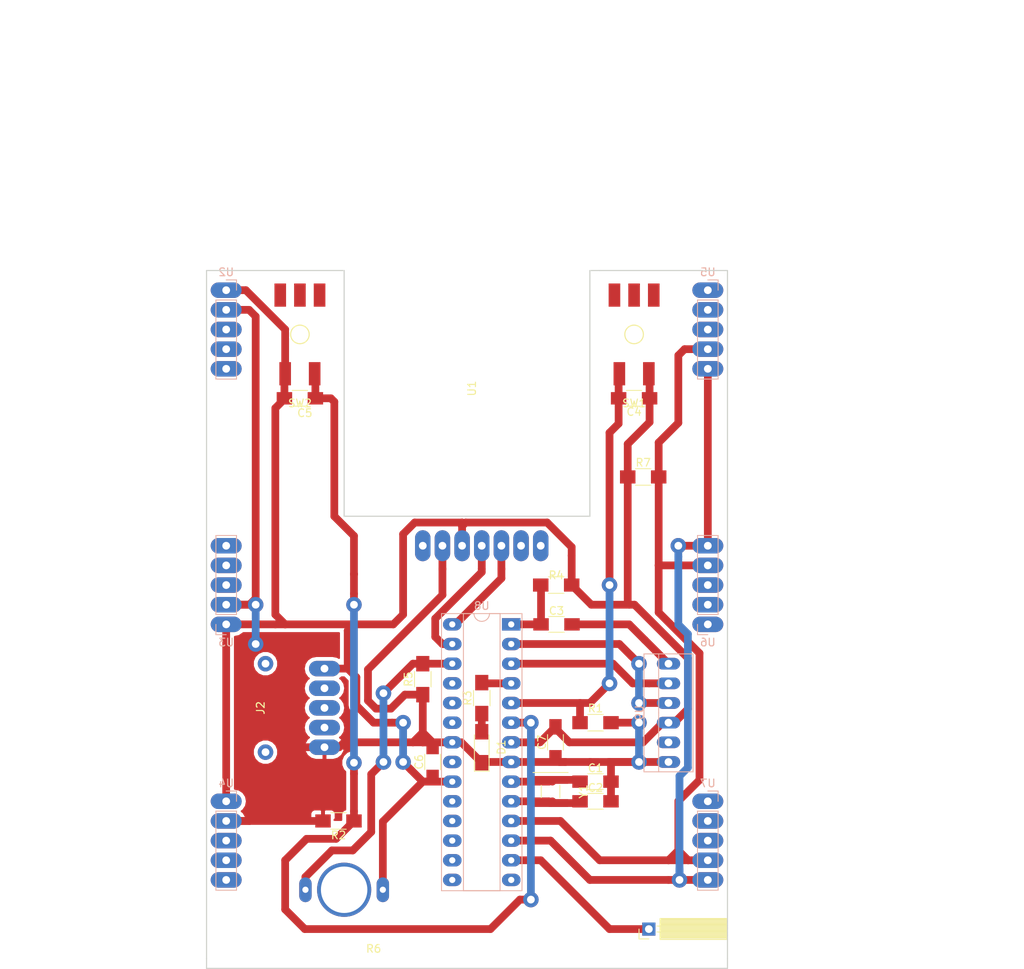
<source format=kicad_pcb>
(kicad_pcb (version 4) (host pcbnew 4.0.6)

  (general
    (links 60)
    (no_connects 0)
    (area 82.320001 12.54 218.67 137.235001)
    (thickness 1.6)
    (drawings 26)
    (tracks 265)
    (zones 0)
    (modules 29)
    (nets 19)
  )

  (page A4)
  (layers
    (0 F.Cu signal)
    (31 B.Cu signal)
    (32 B.Adhes user)
    (33 F.Adhes user)
    (34 B.Paste user hide)
    (35 F.Paste user hide)
    (36 B.SilkS user hide)
    (37 F.SilkS user)
    (38 B.Mask user)
    (39 F.Mask user hide)
    (40 Dwgs.User user)
    (41 Cmts.User user)
    (42 Eco1.User user)
    (43 Eco2.User user)
    (44 Edge.Cuts user)
    (45 Margin user)
    (46 B.CrtYd user)
    (47 F.CrtYd user)
    (48 B.Fab user)
    (49 F.Fab user)
  )

  (setup
    (last_trace_width 1)
    (user_trace_width 1)
    (user_trace_width 1.2)
    (user_trace_width 1.6)
    (user_trace_width 1.8)
    (trace_clearance 0.5)
    (zone_clearance 0.5)
    (zone_45_only no)
    (trace_min 0.5)
    (segment_width 0.2)
    (edge_width 0.15)
    (via_size 2)
    (via_drill 1)
    (via_min_size 0.4)
    (via_min_drill 0.3)
    (uvia_size 0.3)
    (uvia_drill 0.1)
    (uvias_allowed no)
    (uvia_min_size 0.2)
    (uvia_min_drill 0.1)
    (pcb_text_width 0.3)
    (pcb_text_size 1.5 1.5)
    (mod_edge_width 0.15)
    (mod_text_size 1 1)
    (mod_text_width 0.15)
    (pad_size 1.5 3)
    (pad_drill 0)
    (pad_to_mask_clearance 0.2)
    (aux_axis_origin 106.68 44.45)
    (visible_elements 7FFFFFFF)
    (pcbplotparams
      (layerselection 0x01800_00000001)
      (usegerberextensions false)
      (excludeedgelayer true)
      (linewidth 0.100000)
      (plotframeref false)
      (viasonmask false)
      (mode 1)
      (useauxorigin true)
      (hpglpennumber 1)
      (hpglpenspeed 20)
      (hpglpendiameter 15)
      (hpglpenoverlay 2)
      (psnegative false)
      (psa4output false)
      (plotreference true)
      (plotvalue true)
      (plotinvisibletext false)
      (padsonsilk false)
      (subtractmaskfromsilk false)
      (outputformat 1)
      (mirror false)
      (drillshape 0)
      (scaleselection 1)
      (outputdirectory gerber))
  )

  (net 0 "")
  (net 1 MAX_IN)
  (net 2 LATCH)
  (net 3 CLK)
  (net 4 SDA)
  (net 5 SCL)
  (net 6 VCC)
  (net 7 GND)
  (net 8 OSC1)
  (net 9 OSC2)
  (net 10 RESET)
  (net 11 SW1)
  (net 12 SW2)
  (net 13 "Net-(D1-Pad2)")
  (net 14 LED)
  (net 15 RX)
  (net 16 TX)
  (net 17 DTR)
  (net 18 PHOTO)

  (net_class Default "Dies ist die voreingestellte Netzklasse."
    (clearance 0.5)
    (trace_width 1)
    (via_dia 2)
    (via_drill 1)
    (uvia_dia 0.3)
    (uvia_drill 0.1)
    (add_net CLK)
    (add_net DTR)
    (add_net GND)
    (add_net LATCH)
    (add_net LED)
    (add_net MAX_IN)
    (add_net "Net-(D1-Pad2)")
    (add_net OSC1)
    (add_net OSC2)
    (add_net PHOTO)
    (add_net RESET)
    (add_net RX)
    (add_net SCL)
    (add_net SDA)
    (add_net SW1)
    (add_net SW2)
    (add_net TX)
    (add_net VCC)
  )

  (net_class 1mm ""
    (clearance 0.5)
    (trace_width 1)
    (via_dia 2)
    (via_drill 1)
    (uvia_dia 0.3)
    (uvia_drill 0.1)
  )

  (module Socket_Strips:Socket_Strip_Angled_1x01_Pitch2.54mm (layer F.Cu) (tedit 597DE67D) (tstamp 597C5703)
    (at 166.37 132.08 180)
    (descr "Through hole angled socket strip, 1x01, 2.54mm pitch, 8.51mm socket length, single row")
    (tags "Through hole angled socket strip THT 1x01 2.54mm single row")
    (path /597B8EB0)
    (fp_text reference J1 (at -4.38 -2.27 180) (layer F.SilkS) hide
      (effects (font (size 1 1) (thickness 0.15)))
    )
    (fp_text value CONN_01X01_MALE (at -4.38 2.27 180) (layer F.Fab)
      (effects (font (size 1 1) (thickness 0.15)))
    )
    (fp_line (start -1.52 -1.27) (end -1.52 1.27) (layer F.Fab) (width 0.1))
    (fp_line (start -1.52 1.27) (end -10.03 1.27) (layer F.Fab) (width 0.1))
    (fp_line (start -10.03 1.27) (end -10.03 -1.27) (layer F.Fab) (width 0.1))
    (fp_line (start -10.03 -1.27) (end -1.52 -1.27) (layer F.Fab) (width 0.1))
    (fp_line (start 0 -0.32) (end 0 0.32) (layer F.Fab) (width 0.1))
    (fp_line (start 0 0.32) (end -1.52 0.32) (layer F.Fab) (width 0.1))
    (fp_line (start -1.52 0.32) (end -1.52 -0.32) (layer F.Fab) (width 0.1))
    (fp_line (start -1.52 -0.32) (end 0 -0.32) (layer F.Fab) (width 0.1))
    (fp_line (start -1.46 -1.33) (end -1.46 1.33) (layer F.SilkS) (width 0.12))
    (fp_line (start -1.46 1.33) (end -10.09 1.33) (layer F.SilkS) (width 0.12))
    (fp_line (start -10.09 1.33) (end -10.09 -1.33) (layer F.SilkS) (width 0.12))
    (fp_line (start -10.09 -1.33) (end -1.46 -1.33) (layer F.SilkS) (width 0.12))
    (fp_line (start -1.46 -1.33) (end -1.46 1.27) (layer F.SilkS) (width 0.12))
    (fp_line (start -1.46 1.27) (end -10.09 1.27) (layer F.SilkS) (width 0.12))
    (fp_line (start -10.09 1.27) (end -10.09 -1.33) (layer F.SilkS) (width 0.12))
    (fp_line (start -10.09 -1.33) (end -1.46 -1.33) (layer F.SilkS) (width 0.12))
    (fp_line (start -1.03 -0.38) (end -1.46 -0.38) (layer F.SilkS) (width 0.12))
    (fp_line (start -1.03 0.38) (end -1.46 0.38) (layer F.SilkS) (width 0.12))
    (fp_line (start -1.46 -1.15) (end -10.09 -1.15) (layer F.SilkS) (width 0.12))
    (fp_line (start -1.46 -1.03) (end -10.09 -1.03) (layer F.SilkS) (width 0.12))
    (fp_line (start -1.46 -0.91) (end -10.09 -0.91) (layer F.SilkS) (width 0.12))
    (fp_line (start -1.46 -0.79) (end -10.09 -0.79) (layer F.SilkS) (width 0.12))
    (fp_line (start -1.46 -0.67) (end -10.09 -0.67) (layer F.SilkS) (width 0.12))
    (fp_line (start -1.46 -0.55) (end -10.09 -0.55) (layer F.SilkS) (width 0.12))
    (fp_line (start -1.46 -0.43) (end -10.09 -0.43) (layer F.SilkS) (width 0.12))
    (fp_line (start -1.46 -0.31) (end -10.09 -0.31) (layer F.SilkS) (width 0.12))
    (fp_line (start -1.46 -0.19) (end -10.09 -0.19) (layer F.SilkS) (width 0.12))
    (fp_line (start -1.46 -0.07) (end -10.09 -0.07) (layer F.SilkS) (width 0.12))
    (fp_line (start -1.46 0.05) (end -10.09 0.05) (layer F.SilkS) (width 0.12))
    (fp_line (start -1.46 0.17) (end -10.09 0.17) (layer F.SilkS) (width 0.12))
    (fp_line (start -1.46 0.29) (end -10.09 0.29) (layer F.SilkS) (width 0.12))
    (fp_line (start -1.46 0.41) (end -10.09 0.41) (layer F.SilkS) (width 0.12))
    (fp_line (start -1.46 0.53) (end -10.09 0.53) (layer F.SilkS) (width 0.12))
    (fp_line (start -1.46 0.65) (end -10.09 0.65) (layer F.SilkS) (width 0.12))
    (fp_line (start -1.46 0.77) (end -10.09 0.77) (layer F.SilkS) (width 0.12))
    (fp_line (start -1.46 0.89) (end -10.09 0.89) (layer F.SilkS) (width 0.12))
    (fp_line (start -1.46 1.01) (end -10.09 1.01) (layer F.SilkS) (width 0.12))
    (fp_line (start -1.46 1.13) (end -10.09 1.13) (layer F.SilkS) (width 0.12))
    (fp_line (start -1.46 1.25) (end -10.09 1.25) (layer F.SilkS) (width 0.12))
    (fp_line (start -1.46 1.37) (end -10.09 1.37) (layer F.SilkS) (width 0.12))
    (fp_line (start 0 -1.27) (end 1.27 -1.27) (layer F.SilkS) (width 0.12))
    (fp_line (start 1.27 -1.27) (end 1.27 0) (layer F.SilkS) (width 0.12))
    (fp_line (start 1.8 -1.8) (end 1.8 1.8) (layer F.CrtYd) (width 0.05))
    (fp_line (start 1.8 1.8) (end -10.55 1.8) (layer F.CrtYd) (width 0.05))
    (fp_line (start -10.55 1.8) (end -10.55 -1.8) (layer F.CrtYd) (width 0.05))
    (fp_line (start -10.55 -1.8) (end 1.8 -1.8) (layer F.CrtYd) (width 0.05))
    (fp_text user %R (at -4.38 -2.27 180) (layer F.Fab) hide
      (effects (font (size 1 1) (thickness 0.15)))
    )
    (pad 1 thru_hole rect (at 0 0 180) (size 1.7 1.7) (drill 1) (layers *.Cu *.Mask)
      (net 1 MAX_IN))
    (model ${KISYS3DMOD}/Socket_Strips.3dshapes/Socket_Strip_Angled_1x01_Pitch2.54mm.wrl
      (at (xyz 0 0 0))
      (scale (xyz 1 1 1))
      (rotate (xyz 0 0 270))
    )
  )

  (module Socket_Strips:Socket_Strip_Straight_1x05_Pitch2.54mm (layer B.Cu) (tedit 58CD5446) (tstamp 597C571C)
    (at 111.76 49.53 180)
    (descr "Through hole straight socket strip, 1x05, 2.54mm pitch, single row")
    (tags "Through hole socket strip THT 1x05 2.54mm single row")
    (path /596A2A6D)
    (fp_text reference U2 (at 0 2.33 180) (layer B.SilkS)
      (effects (font (size 1 1) (thickness 0.15)) (justify mirror))
    )
    (fp_text value MAX7219_IN (at 0 -12.49 180) (layer B.Fab)
      (effects (font (size 1 1) (thickness 0.15)) (justify mirror))
    )
    (fp_line (start -1.27 1.27) (end -1.27 -11.43) (layer B.Fab) (width 0.1))
    (fp_line (start -1.27 -11.43) (end 1.27 -11.43) (layer B.Fab) (width 0.1))
    (fp_line (start 1.27 -11.43) (end 1.27 1.27) (layer B.Fab) (width 0.1))
    (fp_line (start 1.27 1.27) (end -1.27 1.27) (layer B.Fab) (width 0.1))
    (fp_line (start -1.33 -1.27) (end -1.33 -11.49) (layer B.SilkS) (width 0.12))
    (fp_line (start -1.33 -11.49) (end 1.33 -11.49) (layer B.SilkS) (width 0.12))
    (fp_line (start 1.33 -11.49) (end 1.33 -1.27) (layer B.SilkS) (width 0.12))
    (fp_line (start 1.33 -1.27) (end -1.33 -1.27) (layer B.SilkS) (width 0.12))
    (fp_line (start -1.33 0) (end -1.33 1.33) (layer B.SilkS) (width 0.12))
    (fp_line (start -1.33 1.33) (end 0 1.33) (layer B.SilkS) (width 0.12))
    (fp_line (start -1.8 1.8) (end -1.8 -11.95) (layer B.CrtYd) (width 0.05))
    (fp_line (start -1.8 -11.95) (end 1.8 -11.95) (layer B.CrtYd) (width 0.05))
    (fp_line (start 1.8 -11.95) (end 1.8 1.8) (layer B.CrtYd) (width 0.05))
    (fp_line (start 1.8 1.8) (end -1.8 1.8) (layer B.CrtYd) (width 0.05))
    (fp_text user %R (at 0 2.33 180) (layer B.Fab)
      (effects (font (size 1 1) (thickness 0.15)) (justify mirror))
    )
    (pad 1 thru_hole oval (at 0 0 180) (size 4 2) (drill 1) (layers *.Cu *.Mask)
      (net 6 VCC))
    (pad 2 thru_hole oval (at 0 -2.54 180) (size 4 2) (drill 1) (layers *.Cu *.Mask)
      (net 7 GND))
    (pad 3 thru_hole oval (at 0 -5.08 180) (size 4 2) (drill 1) (layers *.Cu *.Mask))
    (pad 4 thru_hole oval (at 0 -7.62 180) (size 4 2) (drill 1) (layers *.Cu *.Mask))
    (pad 5 thru_hole oval (at 0 -10.16 180) (size 4 2) (drill 1) (layers *.Cu *.Mask))
    (model ${KISYS3DMOD}/Socket_Strips.3dshapes/Socket_Strip_Straight_1x05_Pitch2.54mm.wrl
      (at (xyz 0 -0.2 0))
      (scale (xyz 1 1 1))
      (rotate (xyz 0 0 270))
    )
  )

  (module Socket_Strips:Socket_Strip_Straight_1x05_Pitch2.54mm (layer B.Cu) (tedit 58CD5446) (tstamp 597C5725)
    (at 111.76 92.71)
    (descr "Through hole straight socket strip, 1x05, 2.54mm pitch, single row")
    (tags "Through hole socket strip THT 1x05 2.54mm single row")
    (path /597B8DED)
    (fp_text reference U3 (at 0 2.33) (layer B.SilkS)
      (effects (font (size 1 1) (thickness 0.15)) (justify mirror))
    )
    (fp_text value MAX7219_IN (at 0 -12.49) (layer B.Fab)
      (effects (font (size 1 1) (thickness 0.15)) (justify mirror))
    )
    (fp_line (start -1.27 1.27) (end -1.27 -11.43) (layer B.Fab) (width 0.1))
    (fp_line (start -1.27 -11.43) (end 1.27 -11.43) (layer B.Fab) (width 0.1))
    (fp_line (start 1.27 -11.43) (end 1.27 1.27) (layer B.Fab) (width 0.1))
    (fp_line (start 1.27 1.27) (end -1.27 1.27) (layer B.Fab) (width 0.1))
    (fp_line (start -1.33 -1.27) (end -1.33 -11.49) (layer B.SilkS) (width 0.12))
    (fp_line (start -1.33 -11.49) (end 1.33 -11.49) (layer B.SilkS) (width 0.12))
    (fp_line (start 1.33 -11.49) (end 1.33 -1.27) (layer B.SilkS) (width 0.12))
    (fp_line (start 1.33 -1.27) (end -1.33 -1.27) (layer B.SilkS) (width 0.12))
    (fp_line (start -1.33 0) (end -1.33 1.33) (layer B.SilkS) (width 0.12))
    (fp_line (start -1.33 1.33) (end 0 1.33) (layer B.SilkS) (width 0.12))
    (fp_line (start -1.8 1.8) (end -1.8 -11.95) (layer B.CrtYd) (width 0.05))
    (fp_line (start -1.8 -11.95) (end 1.8 -11.95) (layer B.CrtYd) (width 0.05))
    (fp_line (start 1.8 -11.95) (end 1.8 1.8) (layer B.CrtYd) (width 0.05))
    (fp_line (start 1.8 1.8) (end -1.8 1.8) (layer B.CrtYd) (width 0.05))
    (fp_text user %R (at 0 2.33) (layer B.Fab)
      (effects (font (size 1 1) (thickness 0.15)) (justify mirror))
    )
    (pad 1 thru_hole oval (at 0 0) (size 4 2) (drill 1) (layers *.Cu *.Mask)
      (net 6 VCC))
    (pad 2 thru_hole oval (at 0 -2.54) (size 4 2) (drill 1) (layers *.Cu *.Mask)
      (net 7 GND))
    (pad 3 thru_hole oval (at 0 -5.08) (size 4 2) (drill 1) (layers *.Cu *.Mask))
    (pad 4 thru_hole oval (at 0 -7.62) (size 4 2) (drill 1) (layers *.Cu *.Mask))
    (pad 5 thru_hole oval (at 0 -10.16) (size 4 2) (drill 1) (layers *.Cu *.Mask))
    (model ${KISYS3DMOD}/Socket_Strips.3dshapes/Socket_Strip_Straight_1x05_Pitch2.54mm.wrl
      (at (xyz 0 -0.2 0))
      (scale (xyz 1 1 1))
      (rotate (xyz 0 0 270))
    )
  )

  (module Socket_Strips:Socket_Strip_Straight_1x05_Pitch2.54mm (layer B.Cu) (tedit 58CD5446) (tstamp 597C572E)
    (at 111.76 115.57 180)
    (descr "Through hole straight socket strip, 1x05, 2.54mm pitch, single row")
    (tags "Through hole socket strip THT 1x05 2.54mm single row")
    (path /597B8E78)
    (fp_text reference U4 (at 0 2.33 180) (layer B.SilkS)
      (effects (font (size 1 1) (thickness 0.15)) (justify mirror))
    )
    (fp_text value MAX7219_IN (at 0 -12.49 180) (layer B.Fab)
      (effects (font (size 1 1) (thickness 0.15)) (justify mirror))
    )
    (fp_line (start -1.27 1.27) (end -1.27 -11.43) (layer B.Fab) (width 0.1))
    (fp_line (start -1.27 -11.43) (end 1.27 -11.43) (layer B.Fab) (width 0.1))
    (fp_line (start 1.27 -11.43) (end 1.27 1.27) (layer B.Fab) (width 0.1))
    (fp_line (start 1.27 1.27) (end -1.27 1.27) (layer B.Fab) (width 0.1))
    (fp_line (start -1.33 -1.27) (end -1.33 -11.49) (layer B.SilkS) (width 0.12))
    (fp_line (start -1.33 -11.49) (end 1.33 -11.49) (layer B.SilkS) (width 0.12))
    (fp_line (start 1.33 -11.49) (end 1.33 -1.27) (layer B.SilkS) (width 0.12))
    (fp_line (start 1.33 -1.27) (end -1.33 -1.27) (layer B.SilkS) (width 0.12))
    (fp_line (start -1.33 0) (end -1.33 1.33) (layer B.SilkS) (width 0.12))
    (fp_line (start -1.33 1.33) (end 0 1.33) (layer B.SilkS) (width 0.12))
    (fp_line (start -1.8 1.8) (end -1.8 -11.95) (layer B.CrtYd) (width 0.05))
    (fp_line (start -1.8 -11.95) (end 1.8 -11.95) (layer B.CrtYd) (width 0.05))
    (fp_line (start 1.8 -11.95) (end 1.8 1.8) (layer B.CrtYd) (width 0.05))
    (fp_line (start 1.8 1.8) (end -1.8 1.8) (layer B.CrtYd) (width 0.05))
    (fp_text user %R (at 0 2.33 180) (layer B.Fab)
      (effects (font (size 1 1) (thickness 0.15)) (justify mirror))
    )
    (pad 1 thru_hole oval (at 0 0 180) (size 4 2) (drill 1) (layers *.Cu *.Mask)
      (net 6 VCC))
    (pad 2 thru_hole oval (at 0 -2.54 180) (size 4 2) (drill 1) (layers *.Cu *.Mask)
      (net 7 GND))
    (pad 3 thru_hole oval (at 0 -5.08 180) (size 4 2) (drill 1) (layers *.Cu *.Mask))
    (pad 4 thru_hole oval (at 0 -7.62 180) (size 4 2) (drill 1) (layers *.Cu *.Mask))
    (pad 5 thru_hole oval (at 0 -10.16 180) (size 4 2) (drill 1) (layers *.Cu *.Mask))
    (model ${KISYS3DMOD}/Socket_Strips.3dshapes/Socket_Strip_Straight_1x05_Pitch2.54mm.wrl
      (at (xyz 0 -0.2 0))
      (scale (xyz 1 1 1))
      (rotate (xyz 0 0 270))
    )
  )

  (module Socket_Strips:Socket_Strip_Straight_1x05_Pitch2.54mm (layer B.Cu) (tedit 597C7995) (tstamp 597C5737)
    (at 173.99 49.53 180)
    (descr "Through hole straight socket strip, 1x05, 2.54mm pitch, single row")
    (tags "Through hole socket strip THT 1x05 2.54mm single row")
    (path /597B8E8D)
    (fp_text reference U5 (at 0 2.33 180) (layer B.SilkS)
      (effects (font (size 1 1) (thickness 0.15)) (justify mirror))
    )
    (fp_text value MAX7219_IN (at 0 -12.49 180) (layer B.Fab)
      (effects (font (size 1 1) (thickness 0.15)) (justify mirror))
    )
    (fp_line (start -1.27 1.27) (end -1.27 -11.43) (layer B.Fab) (width 0.1))
    (fp_line (start -1.27 -11.43) (end 1.27 -11.43) (layer B.Fab) (width 0.1))
    (fp_line (start 1.27 -11.43) (end 1.27 1.27) (layer B.Fab) (width 0.1))
    (fp_line (start 1.27 1.27) (end -1.27 1.27) (layer B.Fab) (width 0.1))
    (fp_line (start -1.33 -1.27) (end -1.33 -11.49) (layer B.SilkS) (width 0.12))
    (fp_line (start -1.33 -11.49) (end 1.33 -11.49) (layer B.SilkS) (width 0.12))
    (fp_line (start 1.33 -11.49) (end 1.33 -1.27) (layer B.SilkS) (width 0.12))
    (fp_line (start 1.33 -1.27) (end -1.33 -1.27) (layer B.SilkS) (width 0.12))
    (fp_line (start -1.33 0) (end -1.33 1.33) (layer B.SilkS) (width 0.12))
    (fp_line (start -1.33 1.33) (end 0 1.33) (layer B.SilkS) (width 0.12))
    (fp_line (start -1.8 1.8) (end -1.8 -11.95) (layer B.CrtYd) (width 0.05))
    (fp_line (start -1.8 -11.95) (end 1.8 -11.95) (layer B.CrtYd) (width 0.05))
    (fp_line (start 1.8 -11.95) (end 1.8 1.8) (layer B.CrtYd) (width 0.05))
    (fp_line (start 1.8 1.8) (end -1.8 1.8) (layer B.CrtYd) (width 0.05))
    (fp_text user %R (at 0 2.33 180) (layer B.Fab)
      (effects (font (size 1 1) (thickness 0.15)) (justify mirror))
    )
    (pad 1 thru_hole oval (at 0 0 180) (size 4 2) (drill 1) (layers *.Cu *.Mask))
    (pad 2 thru_hole oval (at 0 -2.54 180) (size 4 2) (drill 1) (layers *.Cu *.Mask))
    (pad 3 thru_hole oval (at 0 -5.08 180) (size 4 2) (drill 1) (layers *.Cu *.Mask))
    (pad 4 thru_hole oval (at 0 -7.62 180) (size 4 2) (drill 1) (layers *.Cu *.Mask)
      (net 2 LATCH))
    (pad 5 thru_hole oval (at 0 -10.16 180) (size 4 2) (drill 1) (layers *.Cu *.Mask)
      (net 3 CLK))
    (model ${KISYS3DMOD}/Socket_Strips.3dshapes/Socket_Strip_Straight_1x05_Pitch2.54mm.wrl
      (at (xyz 0 -0.2 0))
      (scale (xyz 1 1 1))
      (rotate (xyz 0 0 270))
    )
  )

  (module Socket_Strips:Socket_Strip_Straight_1x05_Pitch2.54mm (layer B.Cu) (tedit 58CD5446) (tstamp 597C607C)
    (at 173.99 92.71)
    (descr "Through hole straight socket strip, 1x05, 2.54mm pitch, single row")
    (tags "Through hole socket strip THT 1x05 2.54mm single row")
    (path /597C60B3)
    (fp_text reference U6 (at 0 2.33) (layer B.SilkS)
      (effects (font (size 1 1) (thickness 0.15)) (justify mirror))
    )
    (fp_text value MAX7219_IN (at 0 -12.49) (layer B.Fab)
      (effects (font (size 1 1) (thickness 0.15)) (justify mirror))
    )
    (fp_line (start -1.27 1.27) (end -1.27 -11.43) (layer B.Fab) (width 0.1))
    (fp_line (start -1.27 -11.43) (end 1.27 -11.43) (layer B.Fab) (width 0.1))
    (fp_line (start 1.27 -11.43) (end 1.27 1.27) (layer B.Fab) (width 0.1))
    (fp_line (start 1.27 1.27) (end -1.27 1.27) (layer B.Fab) (width 0.1))
    (fp_line (start -1.33 -1.27) (end -1.33 -11.49) (layer B.SilkS) (width 0.12))
    (fp_line (start -1.33 -11.49) (end 1.33 -11.49) (layer B.SilkS) (width 0.12))
    (fp_line (start 1.33 -11.49) (end 1.33 -1.27) (layer B.SilkS) (width 0.12))
    (fp_line (start 1.33 -1.27) (end -1.33 -1.27) (layer B.SilkS) (width 0.12))
    (fp_line (start -1.33 0) (end -1.33 1.33) (layer B.SilkS) (width 0.12))
    (fp_line (start -1.33 1.33) (end 0 1.33) (layer B.SilkS) (width 0.12))
    (fp_line (start -1.8 1.8) (end -1.8 -11.95) (layer B.CrtYd) (width 0.05))
    (fp_line (start -1.8 -11.95) (end 1.8 -11.95) (layer B.CrtYd) (width 0.05))
    (fp_line (start 1.8 -11.95) (end 1.8 1.8) (layer B.CrtYd) (width 0.05))
    (fp_line (start 1.8 1.8) (end -1.8 1.8) (layer B.CrtYd) (width 0.05))
    (fp_text user %R (at 0 2.33) (layer B.Fab)
      (effects (font (size 1 1) (thickness 0.15)) (justify mirror))
    )
    (pad 1 thru_hole oval (at 0 0) (size 4 2) (drill 1) (layers *.Cu *.Mask))
    (pad 2 thru_hole oval (at 0 -2.54) (size 4 2) (drill 1) (layers *.Cu *.Mask))
    (pad 3 thru_hole oval (at 0 -5.08) (size 4 2) (drill 1) (layers *.Cu *.Mask))
    (pad 4 thru_hole oval (at 0 -7.62) (size 4 2) (drill 1) (layers *.Cu *.Mask)
      (net 2 LATCH))
    (pad 5 thru_hole oval (at 0 -10.16) (size 4 2) (drill 1) (layers *.Cu *.Mask)
      (net 3 CLK))
    (model ${KISYS3DMOD}/Socket_Strips.3dshapes/Socket_Strip_Straight_1x05_Pitch2.54mm.wrl
      (at (xyz 0 -0.2 0))
      (scale (xyz 1 1 1))
      (rotate (xyz 0 0 270))
    )
  )

  (module Socket_Strips:Socket_Strip_Straight_1x05_Pitch2.54mm (layer B.Cu) (tedit 58CD5446) (tstamp 597C6085)
    (at 173.99 115.57 180)
    (descr "Through hole straight socket strip, 1x05, 2.54mm pitch, single row")
    (tags "Through hole socket strip THT 1x05 2.54mm single row")
    (path /597C60C8)
    (fp_text reference U7 (at 0 2.33 180) (layer B.SilkS)
      (effects (font (size 1 1) (thickness 0.15)) (justify mirror))
    )
    (fp_text value MAX7219_IN (at 0 -12.49 180) (layer B.Fab)
      (effects (font (size 1 1) (thickness 0.15)) (justify mirror))
    )
    (fp_line (start -1.27 1.27) (end -1.27 -11.43) (layer B.Fab) (width 0.1))
    (fp_line (start -1.27 -11.43) (end 1.27 -11.43) (layer B.Fab) (width 0.1))
    (fp_line (start 1.27 -11.43) (end 1.27 1.27) (layer B.Fab) (width 0.1))
    (fp_line (start 1.27 1.27) (end -1.27 1.27) (layer B.Fab) (width 0.1))
    (fp_line (start -1.33 -1.27) (end -1.33 -11.49) (layer B.SilkS) (width 0.12))
    (fp_line (start -1.33 -11.49) (end 1.33 -11.49) (layer B.SilkS) (width 0.12))
    (fp_line (start 1.33 -11.49) (end 1.33 -1.27) (layer B.SilkS) (width 0.12))
    (fp_line (start 1.33 -1.27) (end -1.33 -1.27) (layer B.SilkS) (width 0.12))
    (fp_line (start -1.33 0) (end -1.33 1.33) (layer B.SilkS) (width 0.12))
    (fp_line (start -1.33 1.33) (end 0 1.33) (layer B.SilkS) (width 0.12))
    (fp_line (start -1.8 1.8) (end -1.8 -11.95) (layer B.CrtYd) (width 0.05))
    (fp_line (start -1.8 -11.95) (end 1.8 -11.95) (layer B.CrtYd) (width 0.05))
    (fp_line (start 1.8 -11.95) (end 1.8 1.8) (layer B.CrtYd) (width 0.05))
    (fp_line (start 1.8 1.8) (end -1.8 1.8) (layer B.CrtYd) (width 0.05))
    (fp_text user %R (at 0 2.33 180) (layer B.Fab)
      (effects (font (size 1 1) (thickness 0.15)) (justify mirror))
    )
    (pad 1 thru_hole oval (at 0 0 180) (size 4 2) (drill 1) (layers *.Cu *.Mask))
    (pad 2 thru_hole oval (at 0 -2.54 180) (size 4 2) (drill 1) (layers *.Cu *.Mask))
    (pad 3 thru_hole oval (at 0 -5.08 180) (size 4 2) (drill 1) (layers *.Cu *.Mask))
    (pad 4 thru_hole oval (at 0 -7.62 180) (size 4 2) (drill 1) (layers *.Cu *.Mask)
      (net 2 LATCH))
    (pad 5 thru_hole oval (at 0 -10.16 180) (size 4 2) (drill 1) (layers *.Cu *.Mask)
      (net 3 CLK))
    (model ${KISYS3DMOD}/Socket_Strips.3dshapes/Socket_Strip_Straight_1x05_Pitch2.54mm.wrl
      (at (xyz 0 -0.2 0))
      (scale (xyz 1 1 1))
      (rotate (xyz 0 0 270))
    )
  )

  (module Capacitors_SMD:C_1206_HandSoldering (layer F.Cu) (tedit 58AA84D1) (tstamp 598F1998)
    (at 164.465 63.5 180)
    (descr "Capacitor SMD 1206, hand soldering")
    (tags "capacitor 1206")
    (path /598F6208)
    (attr smd)
    (fp_text reference C4 (at 0 -1.75 180) (layer F.SilkS)
      (effects (font (size 1 1) (thickness 0.15)))
    )
    (fp_text value 100nF (at 0 2 180) (layer F.Fab)
      (effects (font (size 1 1) (thickness 0.15)))
    )
    (fp_text user %R (at 0 -1.75 180) (layer F.Fab)
      (effects (font (size 1 1) (thickness 0.15)))
    )
    (fp_line (start -1.6 0.8) (end -1.6 -0.8) (layer F.Fab) (width 0.1))
    (fp_line (start 1.6 0.8) (end -1.6 0.8) (layer F.Fab) (width 0.1))
    (fp_line (start 1.6 -0.8) (end 1.6 0.8) (layer F.Fab) (width 0.1))
    (fp_line (start -1.6 -0.8) (end 1.6 -0.8) (layer F.Fab) (width 0.1))
    (fp_line (start 1 -1.02) (end -1 -1.02) (layer F.SilkS) (width 0.12))
    (fp_line (start -1 1.02) (end 1 1.02) (layer F.SilkS) (width 0.12))
    (fp_line (start -3.25 -1.05) (end 3.25 -1.05) (layer F.CrtYd) (width 0.05))
    (fp_line (start -3.25 -1.05) (end -3.25 1.05) (layer F.CrtYd) (width 0.05))
    (fp_line (start 3.25 1.05) (end 3.25 -1.05) (layer F.CrtYd) (width 0.05))
    (fp_line (start 3.25 1.05) (end -3.25 1.05) (layer F.CrtYd) (width 0.05))
    (pad 1 smd rect (at -2 0 180) (size 2 1.6) (layers F.Cu F.Paste F.Mask)
      (net 6 VCC))
    (pad 2 smd rect (at 2 0 180) (size 2 1.6) (layers F.Cu F.Paste F.Mask)
      (net 11 SW1))
    (model Capacitors_SMD.3dshapes/C_1206.wrl
      (at (xyz 0 0 0))
      (scale (xyz 1 1 1))
      (rotate (xyz 0 0 0))
    )
  )

  (module Capacitors_SMD:C_1206_HandSoldering (layer F.Cu) (tedit 58AA84D1) (tstamp 598F199E)
    (at 121.285 63.5 180)
    (descr "Capacitor SMD 1206, hand soldering")
    (tags "capacitor 1206")
    (path /598F6A52)
    (attr smd)
    (fp_text reference C5 (at -0.635 -1.905 180) (layer F.SilkS)
      (effects (font (size 1 1) (thickness 0.15)))
    )
    (fp_text value 100nF (at 0 1.905 180) (layer F.Fab)
      (effects (font (size 1 1) (thickness 0.15)))
    )
    (fp_text user %R (at 1.27 -1.905 180) (layer F.Fab)
      (effects (font (size 1 1) (thickness 0.15)))
    )
    (fp_line (start -1.6 0.8) (end -1.6 -0.8) (layer F.Fab) (width 0.1))
    (fp_line (start 1.6 0.8) (end -1.6 0.8) (layer F.Fab) (width 0.1))
    (fp_line (start 1.6 -0.8) (end 1.6 0.8) (layer F.Fab) (width 0.1))
    (fp_line (start -1.6 -0.8) (end 1.6 -0.8) (layer F.Fab) (width 0.1))
    (fp_line (start 1 -1.02) (end -1 -1.02) (layer F.SilkS) (width 0.12))
    (fp_line (start -1 1.02) (end 1 1.02) (layer F.SilkS) (width 0.12))
    (fp_line (start -3.25 -1.05) (end 3.25 -1.05) (layer F.CrtYd) (width 0.05))
    (fp_line (start -3.25 -1.05) (end -3.25 1.05) (layer F.CrtYd) (width 0.05))
    (fp_line (start 3.25 1.05) (end 3.25 -1.05) (layer F.CrtYd) (width 0.05))
    (fp_line (start 3.25 1.05) (end -3.25 1.05) (layer F.CrtYd) (width 0.05))
    (pad 1 smd rect (at -2 0 180) (size 2 1.6) (layers F.Cu F.Paste F.Mask)
      (net 12 SW2))
    (pad 2 smd rect (at 2 0 180) (size 2 1.6) (layers F.Cu F.Paste F.Mask)
      (net 6 VCC))
    (model Capacitors_SMD.3dshapes/C_1206.wrl
      (at (xyz 0 0 0))
      (scale (xyz 1 1 1))
      (rotate (xyz 0 0 0))
    )
  )

  (module LEDs:LED_1206_HandSoldering (layer F.Cu) (tedit 595FC724) (tstamp 598F19A4)
    (at 144.78 108.585 90)
    (descr "LED SMD 1206, hand soldering")
    (tags "LED 1206")
    (path /598F0345)
    (attr smd)
    (fp_text reference D1 (at 0 2.54 90) (layer F.SilkS)
      (effects (font (size 1 1) (thickness 0.15)))
    )
    (fp_text value LED (at 0 1.9 90) (layer F.Fab)
      (effects (font (size 1 1) (thickness 0.15)))
    )
    (fp_line (start -3.1 -0.95) (end -3.1 0.95) (layer F.SilkS) (width 0.12))
    (fp_line (start -0.4 0) (end 0.2 -0.4) (layer F.Fab) (width 0.1))
    (fp_line (start 0.2 -0.4) (end 0.2 0.4) (layer F.Fab) (width 0.1))
    (fp_line (start 0.2 0.4) (end -0.4 0) (layer F.Fab) (width 0.1))
    (fp_line (start -0.45 -0.4) (end -0.45 0.4) (layer F.Fab) (width 0.1))
    (fp_line (start -1.6 0.8) (end -1.6 -0.8) (layer F.Fab) (width 0.1))
    (fp_line (start 1.6 0.8) (end -1.6 0.8) (layer F.Fab) (width 0.1))
    (fp_line (start 1.6 -0.8) (end 1.6 0.8) (layer F.Fab) (width 0.1))
    (fp_line (start -1.6 -0.8) (end 1.6 -0.8) (layer F.Fab) (width 0.1))
    (fp_line (start -3.1 0.95) (end 1.6 0.95) (layer F.SilkS) (width 0.12))
    (fp_line (start -3.1 -0.95) (end 1.6 -0.95) (layer F.SilkS) (width 0.12))
    (fp_line (start -3.25 -1.11) (end 3.25 -1.11) (layer F.CrtYd) (width 0.05))
    (fp_line (start -3.25 -1.11) (end -3.25 1.1) (layer F.CrtYd) (width 0.05))
    (fp_line (start 3.25 1.1) (end 3.25 -1.11) (layer F.CrtYd) (width 0.05))
    (fp_line (start 3.25 1.1) (end -3.25 1.1) (layer F.CrtYd) (width 0.05))
    (pad 1 smd rect (at -2 0 90) (size 2 1.7) (layers F.Cu F.Paste F.Mask)
      (net 7 GND))
    (pad 2 smd rect (at 2 0 90) (size 2 1.7) (layers F.Cu F.Paste F.Mask)
      (net 13 "Net-(D1-Pad2)"))
    (model ${KISYS3DMOD}/LEDs.3dshapes/LED_1206.wrl
      (at (xyz 0 0 0))
      (scale (xyz 1 1 1))
      (rotate (xyz 0 0 180))
    )
  )

  (module Resistors_SMD:R_1206_HandSoldering (layer F.Cu) (tedit 58E0A804) (tstamp 598F19B9)
    (at 159.48 105.41)
    (descr "Resistor SMD 1206, hand soldering")
    (tags "resistor 1206")
    (path /598F638D)
    (attr smd)
    (fp_text reference R1 (at 0 -1.85) (layer F.SilkS)
      (effects (font (size 1 1) (thickness 0.15)))
    )
    (fp_text value 10k (at 0 1.9) (layer F.Fab)
      (effects (font (size 1 1) (thickness 0.15)))
    )
    (fp_text user %R (at 0 0) (layer F.Fab)
      (effects (font (size 0.7 0.7) (thickness 0.105)))
    )
    (fp_line (start -1.6 0.8) (end -1.6 -0.8) (layer F.Fab) (width 0.1))
    (fp_line (start 1.6 0.8) (end -1.6 0.8) (layer F.Fab) (width 0.1))
    (fp_line (start 1.6 -0.8) (end 1.6 0.8) (layer F.Fab) (width 0.1))
    (fp_line (start -1.6 -0.8) (end 1.6 -0.8) (layer F.Fab) (width 0.1))
    (fp_line (start 1 1.07) (end -1 1.07) (layer F.SilkS) (width 0.12))
    (fp_line (start -1 -1.07) (end 1 -1.07) (layer F.SilkS) (width 0.12))
    (fp_line (start -3.25 -1.11) (end 3.25 -1.11) (layer F.CrtYd) (width 0.05))
    (fp_line (start -3.25 -1.11) (end -3.25 1.1) (layer F.CrtYd) (width 0.05))
    (fp_line (start 3.25 1.1) (end 3.25 -1.11) (layer F.CrtYd) (width 0.05))
    (fp_line (start 3.25 1.1) (end -3.25 1.1) (layer F.CrtYd) (width 0.05))
    (pad 1 smd rect (at -2 0) (size 2 1.7) (layers F.Cu F.Paste F.Mask)
      (net 11 SW1))
    (pad 2 smd rect (at 2 0) (size 2 1.7) (layers F.Cu F.Paste F.Mask)
      (net 7 GND))
    (model ${KISYS3DMOD}/Resistors_SMD.3dshapes/R_1206.wrl
      (at (xyz 0 0 0))
      (scale (xyz 1 1 1))
      (rotate (xyz 0 0 0))
    )
  )

  (module Resistors_SMD:R_1206_HandSoldering (layer F.Cu) (tedit 58E0A804) (tstamp 598F19BF)
    (at 126.27 118.11 180)
    (descr "Resistor SMD 1206, hand soldering")
    (tags "resistor 1206")
    (path /598F6A5C)
    (attr smd)
    (fp_text reference R2 (at 0 -1.85 180) (layer F.SilkS)
      (effects (font (size 1 1) (thickness 0.15)))
    )
    (fp_text value 10k (at 0 1.9 180) (layer F.Fab)
      (effects (font (size 1 1) (thickness 0.15)))
    )
    (fp_text user %R (at 0 0 180) (layer F.Fab)
      (effects (font (size 0.7 0.7) (thickness 0.105)))
    )
    (fp_line (start -1.6 0.8) (end -1.6 -0.8) (layer F.Fab) (width 0.1))
    (fp_line (start 1.6 0.8) (end -1.6 0.8) (layer F.Fab) (width 0.1))
    (fp_line (start 1.6 -0.8) (end 1.6 0.8) (layer F.Fab) (width 0.1))
    (fp_line (start -1.6 -0.8) (end 1.6 -0.8) (layer F.Fab) (width 0.1))
    (fp_line (start 1 1.07) (end -1 1.07) (layer F.SilkS) (width 0.12))
    (fp_line (start -1 -1.07) (end 1 -1.07) (layer F.SilkS) (width 0.12))
    (fp_line (start -3.25 -1.11) (end 3.25 -1.11) (layer F.CrtYd) (width 0.05))
    (fp_line (start -3.25 -1.11) (end -3.25 1.1) (layer F.CrtYd) (width 0.05))
    (fp_line (start 3.25 1.1) (end 3.25 -1.11) (layer F.CrtYd) (width 0.05))
    (fp_line (start 3.25 1.1) (end -3.25 1.1) (layer F.CrtYd) (width 0.05))
    (pad 1 smd rect (at -2 0 180) (size 2 1.7) (layers F.Cu F.Paste F.Mask)
      (net 12 SW2))
    (pad 2 smd rect (at 2 0 180) (size 2 1.7) (layers F.Cu F.Paste F.Mask)
      (net 7 GND))
    (model ${KISYS3DMOD}/Resistors_SMD.3dshapes/R_1206.wrl
      (at (xyz 0 0 0))
      (scale (xyz 1 1 1))
      (rotate (xyz 0 0 0))
    )
  )

  (module Housings_DIP:DIP-28_W7.62mm_Socket_LongPads (layer B.Cu) (tedit 598F1EB7) (tstamp 598F19F5)
    (at 148.59 92.71 180)
    (descr "28-lead dip package, row spacing 7.62 mm (300 mils), Socket, LongPads")
    (tags "DIL DIP PDIP 2.54mm 7.62mm 300mil Socket LongPads")
    (path /598DF1B2)
    (fp_text reference U8 (at 3.81 2.39 180) (layer B.SilkS)
      (effects (font (size 1 1) (thickness 0.15)) (justify mirror))
    )
    (fp_text value ATMEGA328P-PU (at 3.81 -35.41 180) (layer B.Fab)
      (effects (font (size 1 1) (thickness 0.15)) (justify mirror))
    )
    (fp_text user %R (at 3.81 -16.51 180) (layer B.Fab)
      (effects (font (size 1 1) (thickness 0.15)) (justify mirror))
    )
    (fp_line (start 1.635 1.27) (end 6.985 1.27) (layer B.Fab) (width 0.1))
    (fp_line (start 6.985 1.27) (end 6.985 -34.29) (layer B.Fab) (width 0.1))
    (fp_line (start 6.985 -34.29) (end 0.635 -34.29) (layer B.Fab) (width 0.1))
    (fp_line (start 0.635 -34.29) (end 0.635 0.27) (layer B.Fab) (width 0.1))
    (fp_line (start 0.635 0.27) (end 1.635 1.27) (layer B.Fab) (width 0.1))
    (fp_line (start -1.27 1.27) (end -1.27 -34.29) (layer B.Fab) (width 0.1))
    (fp_line (start -1.27 -34.29) (end 8.89 -34.29) (layer B.Fab) (width 0.1))
    (fp_line (start 8.89 -34.29) (end 8.89 1.27) (layer B.Fab) (width 0.1))
    (fp_line (start 8.89 1.27) (end -1.27 1.27) (layer B.Fab) (width 0.1))
    (fp_line (start 2.81 1.39) (end 1.44 1.39) (layer B.SilkS) (width 0.12))
    (fp_line (start 1.44 1.39) (end 1.44 -34.41) (layer B.SilkS) (width 0.12))
    (fp_line (start 1.44 -34.41) (end 6.18 -34.41) (layer B.SilkS) (width 0.12))
    (fp_line (start 6.18 -34.41) (end 6.18 1.39) (layer B.SilkS) (width 0.12))
    (fp_line (start 6.18 1.39) (end 4.81 1.39) (layer B.SilkS) (width 0.12))
    (fp_line (start -1.39 1.39) (end -1.39 -34.41) (layer B.SilkS) (width 0.12))
    (fp_line (start -1.39 -34.41) (end 9.01 -34.41) (layer B.SilkS) (width 0.12))
    (fp_line (start 9.01 -34.41) (end 9.01 1.39) (layer B.SilkS) (width 0.12))
    (fp_line (start 9.01 1.39) (end -1.39 1.39) (layer B.SilkS) (width 0.12))
    (fp_line (start -1.7 1.7) (end -1.7 -34.7) (layer B.CrtYd) (width 0.05))
    (fp_line (start -1.7 -34.7) (end 9.3 -34.7) (layer B.CrtYd) (width 0.05))
    (fp_line (start 9.3 -34.7) (end 9.3 1.7) (layer B.CrtYd) (width 0.05))
    (fp_line (start 9.3 1.7) (end -1.7 1.7) (layer B.CrtYd) (width 0.05))
    (fp_arc (start 3.81 1.39) (end 2.81 1.39) (angle 180) (layer B.SilkS) (width 0.12))
    (pad 1 thru_hole rect (at 0 0 180) (size 2.4 1.6) (drill 0.8) (layers *.Cu *.Mask)
      (net 10 RESET))
    (pad 15 thru_hole oval (at 7.62 -33.02 180) (size 2.4 1.6) (drill 0.8) (layers *.Cu *.Mask))
    (pad 2 thru_hole oval (at 0 -2.54 180) (size 2.4 1.6) (drill 0.8) (layers *.Cu *.Mask)
      (net 15 RX))
    (pad 16 thru_hole oval (at 7.62 -30.48 180) (size 2.4 1.6) (drill 0.8) (layers *.Cu *.Mask))
    (pad 3 thru_hole oval (at 0 -5.08 180) (size 2.4 1.6) (drill 0.8) (layers *.Cu *.Mask)
      (net 16 TX))
    (pad 17 thru_hole oval (at 7.62 -27.94 180) (size 2.4 1.6) (drill 0.8) (layers *.Cu *.Mask))
    (pad 4 thru_hole oval (at 0 -7.62 180) (size 2.4 1.6) (drill 0.8) (layers *.Cu *.Mask)
      (net 14 LED))
    (pad 18 thru_hole oval (at 7.62 -25.4 180) (size 2.4 1.6) (drill 0.8) (layers *.Cu *.Mask))
    (pad 5 thru_hole oval (at 0 -10.16 180) (size 2.4 1.6) (drill 0.8) (layers *.Cu *.Mask)
      (net 11 SW1))
    (pad 19 thru_hole oval (at 7.62 -22.86 180) (size 2.4 1.6) (drill 0.8) (layers *.Cu *.Mask))
    (pad 6 thru_hole oval (at 0 -12.7 180) (size 2.4 1.6) (drill 0.8) (layers *.Cu *.Mask)
      (net 12 SW2))
    (pad 20 thru_hole oval (at 7.62 -20.32 180) (size 2.4 1.6) (drill 0.8) (layers *.Cu *.Mask)
      (net 6 VCC))
    (pad 7 thru_hole oval (at 0 -15.24 180) (size 2.4 1.6) (drill 0.8) (layers *.Cu *.Mask)
      (net 6 VCC))
    (pad 21 thru_hole oval (at 7.62 -17.78 180) (size 2.4 1.6) (drill 0.8) (layers *.Cu *.Mask))
    (pad 8 thru_hole oval (at 0 -17.78 180) (size 2.4 1.6) (drill 0.8) (layers *.Cu *.Mask)
      (net 7 GND))
    (pad 22 thru_hole oval (at 7.62 -15.24 180) (size 2.4 1.6) (drill 0.8) (layers *.Cu *.Mask)
      (net 7 GND))
    (pad 9 thru_hole oval (at 0 -20.32 180) (size 2.4 1.6) (drill 0.8) (layers *.Cu *.Mask)
      (net 8 OSC1))
    (pad 23 thru_hole oval (at 7.62 -12.7 180) (size 2.4 1.6) (drill 0.8) (layers *.Cu *.Mask))
    (pad 10 thru_hole oval (at 0 -22.86 180) (size 2.4 1.6) (drill 0.8) (layers *.Cu *.Mask)
      (net 9 OSC2))
    (pad 24 thru_hole oval (at 7.62 -10.16 180) (size 2.4 1.6) (drill 0.8) (layers *.Cu *.Mask))
    (pad 11 thru_hole oval (at 0 -25.4 180) (size 2.4 1.6) (drill 0.8) (layers *.Cu *.Mask)
      (net 2 LATCH))
    (pad 25 thru_hole oval (at 7.62 -7.62 180) (size 2.4 1.6) (drill 0.8) (layers *.Cu *.Mask))
    (pad 12 thru_hole oval (at 0 -27.94 180) (size 2.4 1.6) (drill 0.8) (layers *.Cu *.Mask)
      (net 3 CLK))
    (pad 26 thru_hole oval (at 7.62 -5.08 180) (size 2.4 1.6) (drill 0.8) (layers *.Cu *.Mask)
      (net 18 PHOTO))
    (pad 13 thru_hole oval (at 0 -30.48 180) (size 2.4 1.6) (drill 0.8) (layers *.Cu *.Mask)
      (net 1 MAX_IN))
    (pad 27 thru_hole oval (at 7.62 -2.54 180) (size 2.4 1.6) (drill 0.8) (layers *.Cu *.Mask)
      (net 4 SDA))
    (pad 14 thru_hole oval (at 0 -33.02 180) (size 2.4 1.6) (drill 0.8) (layers *.Cu *.Mask))
    (pad 28 thru_hole oval (at 7.62 0 180) (size 2.4 1.6) (drill 0.8) (layers *.Cu *.Mask)
      (net 5 SCL))
    (model ${KISYS3DMOD}/Housings_DIP.3dshapes/DIP-28_W7.62mm_Socket_LongPads.wrl
      (at (xyz 0 0 0))
      (scale (xyz 1 1 1))
      (rotate (xyz 0 0 0))
    )
  )

  (module Connectors:PINHEAD1-6 (layer B.Cu) (tedit 0) (tstamp 598F19FF)
    (at 168.91 97.79 270)
    (path /598E1785)
    (fp_text reference U9 (at 6.35 3.75 270) (layer B.SilkS)
      (effects (font (size 1 1) (thickness 0.15)) (justify mirror))
    )
    (fp_text value FTDI1232 (at 6.35 -3.81 270) (layer B.Fab)
      (effects (font (size 1 1) (thickness 0.15)) (justify mirror))
    )
    (fp_line (start 6.35 -3.17) (end 13.97 -3.17) (layer B.SilkS) (width 0.12))
    (fp_line (start 6.35 1.27) (end 13.97 1.27) (layer B.SilkS) (width 0.12))
    (fp_line (start 6.35 3.17) (end 13.97 3.17) (layer B.SilkS) (width 0.12))
    (fp_line (start -1.27 3.17) (end -1.27 -3.17) (layer B.SilkS) (width 0.12))
    (fp_line (start 13.97 3.17) (end 13.97 -3.17) (layer B.SilkS) (width 0.12))
    (fp_line (start 6.35 1.27) (end -1.27 1.27) (layer B.SilkS) (width 0.12))
    (fp_line (start -1.27 3.17) (end 6.35 3.17) (layer B.SilkS) (width 0.12))
    (fp_line (start 6.35 -3.17) (end -1.27 -3.17) (layer B.SilkS) (width 0.12))
    (fp_line (start -1.52 3.42) (end 14.22 3.42) (layer B.CrtYd) (width 0.05))
    (fp_line (start -1.52 3.42) (end -1.52 -3.42) (layer B.CrtYd) (width 0.05))
    (fp_line (start 14.22 -3.42) (end 14.22 3.42) (layer B.CrtYd) (width 0.05))
    (fp_line (start 14.22 -3.42) (end -1.52 -3.42) (layer B.CrtYd) (width 0.05))
    (pad 1 thru_hole oval (at 0 0 270) (size 1.51 3.01) (drill 1) (layers *.Cu *.Mask)
      (net 17 DTR))
    (pad 2 thru_hole oval (at 2.54 0 270) (size 1.51 3.01) (drill 1) (layers *.Cu *.Mask)
      (net 16 TX))
    (pad 3 thru_hole oval (at 5.08 0 270) (size 1.51 3.01) (drill 1) (layers *.Cu *.Mask)
      (net 15 RX))
    (pad 4 thru_hole oval (at 7.62 0 270) (size 1.51 3.01) (drill 1) (layers *.Cu *.Mask)
      (net 6 VCC))
    (pad 5 thru_hole oval (at 10.16 0 270) (size 1.51 3.01) (drill 1) (layers *.Cu *.Mask))
    (pad 6 thru_hole oval (at 12.7 0 270) (size 1.51 3.01) (drill 1) (layers *.Cu *.Mask)
      (net 7 GND))
  )

  (module PongClock:TINY_RTC_RIGHT (layer F.Cu) (tedit 599994DE) (tstamp 598F1C4F)
    (at 144.78 62.23 270)
    (path /598F1A94)
    (fp_text reference U1 (at 0 1.27 270) (layer F.SilkS)
      (effects (font (size 1 1) (thickness 0.15)))
    )
    (fp_text value TinyRTC_I2C_RIGHT (at 0 -2.54 270) (layer F.Fab)
      (effects (font (size 1 1) (thickness 0.15)))
    )
    (fp_line (start 12.7 -8.89) (end 12.7 8.89) (layer F.CrtYd) (width 0.15))
    (fp_line (start 12.7 8.89) (end 17.78 8.89) (layer F.CrtYd) (width 0.15))
    (fp_line (start 17.78 8.89) (end 17.78 -8.89) (layer F.CrtYd) (width 0.15))
    (fp_line (start 17.78 -8.89) (end 12.7 -8.89) (layer F.CrtYd) (width 0.15))
    (fp_line (start -15.24 -12.7) (end 11.43 -12.7) (layer F.CrtYd) (width 0.15))
    (fp_line (start -15.24 15.24) (end 11.43 15.24) (layer F.CrtYd) (width 0.15))
    (fp_line (start -15.24 -12.7) (end -15.24 15.24) (layer F.CrtYd) (width 0.15))
    (fp_line (start 11.43 15.24) (end 11.43 -12.7) (layer F.CrtYd) (width 0.15))
    (pad 1 thru_hole oval (at 20.32 -7.62 270) (size 4 2) (drill 1) (layers *.Cu *.Mask))
    (pad 2 thru_hole oval (at 20.32 -5.08 270) (size 4 2) (drill 1) (layers *.Cu *.Mask))
    (pad 3 thru_hole oval (at 20.32 -2.54 270) (size 4 2) (drill 1) (layers *.Cu *.Mask)
      (net 5 SCL))
    (pad 4 thru_hole oval (at 20.32 0 270) (size 4 2) (drill 1) (layers *.Cu *.Mask)
      (net 4 SDA))
    (pad 5 thru_hole oval (at 20.32 2.54 270) (size 4 2) (drill 1) (layers *.Cu *.Mask)
      (net 6 VCC))
    (pad 6 thru_hole oval (at 20.32 5.08 270) (size 4 2) (drill 1) (layers *.Cu *.Mask)
      (net 7 GND))
    (pad 7 thru_hole oval (at 20.32 7.62 270) (size 4 2) (drill 1) (layers *.Cu *.Mask))
  )

  (module Crystals:Resonator_SMD_muRata_CDSCB-2pin_4.5x2.0mm_HandSoldering (layer F.Cu) (tedit 58CD2E9E) (tstamp 598F1CC5)
    (at 153.67 114.3 270)
    (descr "SMD Resomator/Filter Murata CDSCB, http://cdn-reichelt.de/documents/datenblatt/B400/SFECV-107.pdf, hand-soldering, 4.5x2.0mm^2 package")
    (tags "SMD SMT ceramic resonator filter filter hand-soldering")
    (path /598F2D1C)
    (attr smd)
    (fp_text reference Y1 (at 0 -4.25 270) (layer F.SilkS)
      (effects (font (size 1 1) (thickness 0.15)))
    )
    (fp_text value Crystal (at 0 4.25 270) (layer F.Fab)
      (effects (font (size 1 1) (thickness 0.15)))
    )
    (fp_text user %R (at 0 0 270) (layer F.Fab)
      (effects (font (size 1 1) (thickness 0.15)))
    )
    (fp_line (start -2.25 -1) (end -2.25 1) (layer F.Fab) (width 0.1))
    (fp_line (start -2.25 1) (end 2.25 1) (layer F.Fab) (width 0.1))
    (fp_line (start 2.25 1) (end 2.25 -1) (layer F.Fab) (width 0.1))
    (fp_line (start 2.25 -1) (end -2.25 -1) (layer F.Fab) (width 0.1))
    (fp_line (start -2.25 0) (end -1.25 1) (layer F.Fab) (width 0.1))
    (fp_line (start -0.8 -1.2) (end 0.8 -1.2) (layer F.SilkS) (width 0.12))
    (fp_line (start -0.8 1.2) (end 0.8 1.2) (layer F.SilkS) (width 0.12))
    (fp_line (start -2.45 -2.275) (end -2.45 2.275) (layer F.SilkS) (width 0.12))
    (fp_line (start -2.5 -3.5) (end -2.5 3.5) (layer F.CrtYd) (width 0.05))
    (fp_line (start -2.5 3.5) (end 2.5 3.5) (layer F.CrtYd) (width 0.05))
    (fp_line (start 2.5 3.5) (end 2.5 -3.5) (layer F.CrtYd) (width 0.05))
    (fp_line (start 2.5 -3.5) (end -2.5 -3.5) (layer F.CrtYd) (width 0.05))
    (pad 1 smd rect (at -1.5 0 270) (size 1 4.55) (layers F.Cu F.Paste F.Mask)
      (net 8 OSC1))
    (pad 2 smd rect (at 1.5 0 270) (size 1 4.55) (layers F.Cu F.Paste F.Mask)
      (net 9 OSC2))
    (model ${KISYS3DMOD}/Crystals.3dshapes/Resonator_SMD_muRata_CDSCB-2pin_4.5x2.0mm_HandSoldering.wrl
      (at (xyz 0 0 0))
      (scale (xyz 1 1 1))
      (rotate (xyz 0 0 0))
    )
  )

  (module Resistors_SMD:R_1206_HandSoldering (layer F.Cu) (tedit 58E0A804) (tstamp 598F9387)
    (at 154.4 87.63 180)
    (descr "Resistor SMD 1206, hand soldering")
    (tags "resistor 1206")
    (path /598FD057)
    (attr smd)
    (fp_text reference R4 (at 0 1.27 180) (layer F.SilkS)
      (effects (font (size 1 1) (thickness 0.15)))
    )
    (fp_text value 10k (at 0 1.9 180) (layer F.Fab)
      (effects (font (size 1 1) (thickness 0.15)))
    )
    (fp_text user %R (at 0 0 180) (layer F.Fab)
      (effects (font (size 0.7 0.7) (thickness 0.105)))
    )
    (fp_line (start -1.6 0.8) (end -1.6 -0.8) (layer F.Fab) (width 0.1))
    (fp_line (start 1.6 0.8) (end -1.6 0.8) (layer F.Fab) (width 0.1))
    (fp_line (start 1.6 -0.8) (end 1.6 0.8) (layer F.Fab) (width 0.1))
    (fp_line (start -1.6 -0.8) (end 1.6 -0.8) (layer F.Fab) (width 0.1))
    (fp_line (start 1 1.07) (end -1 1.07) (layer F.SilkS) (width 0.12))
    (fp_line (start -1 -1.07) (end 1 -1.07) (layer F.SilkS) (width 0.12))
    (fp_line (start -3.25 -1.11) (end 3.25 -1.11) (layer F.CrtYd) (width 0.05))
    (fp_line (start -3.25 -1.11) (end -3.25 1.1) (layer F.CrtYd) (width 0.05))
    (fp_line (start 3.25 1.1) (end 3.25 -1.11) (layer F.CrtYd) (width 0.05))
    (fp_line (start 3.25 1.1) (end -3.25 1.1) (layer F.CrtYd) (width 0.05))
    (pad 1 smd rect (at -2 0 180) (size 2 1.7) (layers F.Cu F.Paste F.Mask)
      (net 6 VCC))
    (pad 2 smd rect (at 2 0 180) (size 2 1.7) (layers F.Cu F.Paste F.Mask)
      (net 10 RESET))
    (model ${KISYS3DMOD}/Resistors_SMD.3dshapes/R_1206.wrl
      (at (xyz 0 0 0))
      (scale (xyz 1 1 1))
      (rotate (xyz 0 0 0))
    )
  )

  (module PongClock:USB_BOARD (layer F.Cu) (tedit 5999A3EB) (tstamp 59932716)
    (at 114.3 113.665 90)
    (path /598EE15E)
    (fp_text reference J2 (at 10.16 1.905 90) (layer F.SilkS)
      (effects (font (size 1 1) (thickness 0.15)))
    )
    (fp_text value MY_USB_OTG (at 10.16 -0.635 90) (layer F.Fab)
      (effects (font (size 1 1) (thickness 0.15)))
    )
    (fp_line (start 3.175 11.43) (end 3.175 -3.81) (layer F.CrtYd) (width 0.15))
    (fp_line (start 17.145 -3.81) (end 17.145 11.43) (layer F.CrtYd) (width 0.15))
    (fp_line (start 3.175 11.43) (end 17.145 11.43) (layer F.CrtYd) (width 0.15))
    (fp_line (start 17.145 -3.81) (end 3.175 -3.81) (layer F.CrtYd) (width 0.15))
    (pad 5 thru_hole oval (at 5.08 10.16 90) (size 2 4) (drill 1) (layers *.Cu *.Mask)
      (net 7 GND))
    (pad 4 thru_hole oval (at 7.62 10.16 90) (size 2 4) (drill 1) (layers *.Cu *.Mask))
    (pad 3 thru_hole oval (at 10.16 10.16 90) (size 2 4) (drill 1) (layers *.Cu *.Mask))
    (pad 2 thru_hole oval (at 12.7 10.16 90) (size 2 4) (drill 1) (layers *.Cu *.Mask))
    (pad 1 thru_hole oval (at 15.24 10.16 90) (size 2 4) (drill 1) (layers *.Cu *.Mask)
      (net 6 VCC))
    (pad "" np_thru_hole circle (at 15.875 2.54 90) (size 2 2) (drill 1) (layers *.Cu *.Mask))
    (pad 6 thru_hole circle (at 4.445 2.54 90) (size 2 2) (drill 1) (layers *.Cu *.Mask))
  )

  (module Capacitors_SMD:C_1206_HandSoldering (layer F.Cu) (tedit 5999A873) (tstamp 5999A80E)
    (at 154.44 92.71)
    (descr "Capacitor SMD 1206, hand soldering")
    (tags "capacitor 1206")
    (path /598E395B)
    (attr smd)
    (fp_text reference C3 (at 0 -1.75) (layer F.SilkS)
      (effects (font (size 1 1) (thickness 0.15)))
    )
    (fp_text value 10uF (at 0 2) (layer F.Fab)
      (effects (font (size 1 1) (thickness 0.15)))
    )
    (fp_text user %R (at 0 -1.75) (layer F.Fab)
      (effects (font (size 1 1) (thickness 0.15)))
    )
    (fp_line (start -1.6 0.8) (end -1.6 -0.8) (layer F.Fab) (width 0.1))
    (fp_line (start 1.6 0.8) (end -1.6 0.8) (layer F.Fab) (width 0.1))
    (fp_line (start 1.6 -0.8) (end 1.6 0.8) (layer F.Fab) (width 0.1))
    (fp_line (start -1.6 -0.8) (end 1.6 -0.8) (layer F.Fab) (width 0.1))
    (fp_line (start 1 -1.02) (end -1 -1.02) (layer F.SilkS) (width 0.12))
    (fp_line (start -1 1.02) (end 1 1.02) (layer F.SilkS) (width 0.12))
    (fp_line (start -3.25 -1.05) (end 3.25 -1.05) (layer F.CrtYd) (width 0.05))
    (fp_line (start -3.25 -1.05) (end -3.25 1.05) (layer F.CrtYd) (width 0.05))
    (fp_line (start 3.25 1.05) (end 3.25 -1.05) (layer F.CrtYd) (width 0.05))
    (fp_line (start 3.25 1.05) (end -3.25 1.05) (layer F.CrtYd) (width 0.05))
    (pad 1 smd rect (at -2 0) (size 2 1.6) (layers F.Cu F.Paste F.Mask)
      (net 10 RESET))
    (pad 2 smd rect (at 2 0) (size 2 1.6) (layers F.Cu F.Paste F.Mask)
      (net 17 DTR))
    (model Capacitors_SMD.3dshapes/C_1206.wrl
      (at (xyz 0 0 0))
      (scale (xyz 1 1 1))
      (rotate (xyz 0 0 0))
    )
  )

  (module Resistors_SMD:R_1206_HandSoldering (layer F.Cu) (tedit 58E0A804) (tstamp 5999B671)
    (at 137.16 99.79 90)
    (descr "Resistor SMD 1206, hand soldering")
    (tags "resistor 1206")
    (path /5999D838)
    (attr smd)
    (fp_text reference R5 (at 0 -1.85 90) (layer F.SilkS)
      (effects (font (size 1 1) (thickness 0.15)))
    )
    (fp_text value 10k (at 0 1.9 90) (layer F.Fab)
      (effects (font (size 1 1) (thickness 0.15)))
    )
    (fp_text user %R (at 0 0 90) (layer F.Fab)
      (effects (font (size 0.7 0.7) (thickness 0.105)))
    )
    (fp_line (start -1.6 0.8) (end -1.6 -0.8) (layer F.Fab) (width 0.1))
    (fp_line (start 1.6 0.8) (end -1.6 0.8) (layer F.Fab) (width 0.1))
    (fp_line (start 1.6 -0.8) (end 1.6 0.8) (layer F.Fab) (width 0.1))
    (fp_line (start -1.6 -0.8) (end 1.6 -0.8) (layer F.Fab) (width 0.1))
    (fp_line (start 1 1.07) (end -1 1.07) (layer F.SilkS) (width 0.12))
    (fp_line (start -1 -1.07) (end 1 -1.07) (layer F.SilkS) (width 0.12))
    (fp_line (start -3.25 -1.11) (end 3.25 -1.11) (layer F.CrtYd) (width 0.05))
    (fp_line (start -3.25 -1.11) (end -3.25 1.1) (layer F.CrtYd) (width 0.05))
    (fp_line (start 3.25 1.1) (end 3.25 -1.11) (layer F.CrtYd) (width 0.05))
    (fp_line (start 3.25 1.1) (end -3.25 1.1) (layer F.CrtYd) (width 0.05))
    (pad 1 smd rect (at -2 0 90) (size 2 1.7) (layers F.Cu F.Paste F.Mask)
      (net 7 GND))
    (pad 2 smd rect (at 2 0 90) (size 2 1.7) (layers F.Cu F.Paste F.Mask)
      (net 18 PHOTO))
    (model ${KISYS3DMOD}/Resistors_SMD.3dshapes/R_1206.wrl
      (at (xyz 0 0 0))
      (scale (xyz 1 1 1))
      (rotate (xyz 0 0 0))
    )
  )

  (module PongClock:MY_PHOTO_RESITOR (layer F.Cu) (tedit 5999BA74) (tstamp 5999B678)
    (at 127 127 180)
    (path /5999D738)
    (fp_text reference R6 (at -3.81 -7.62 180) (layer F.SilkS)
      (effects (font (size 1 1) (thickness 0.15)))
    )
    (fp_text value R_PHOTO (at 1.27 -7.62 180) (layer F.Fab)
      (effects (font (size 1 1) (thickness 0.15)))
    )
    (pad "" np_thru_hole circle (at 0 0 180) (size 7 7) (drill 6) (layers *.Cu *.Mask))
    (pad 2 thru_hole oval (at 5 0 180) (size 1.6 3.2) (drill 0.8) (layers *.Cu *.Mask)
      (net 18 PHOTO))
    (pad 1 thru_hole oval (at -5 0 180) (size 1.6 3.2) (drill 0.8) (layers *.Cu *.Mask)
      (net 6 VCC))
  )

  (module Capacitors_SMD:C_1206_HandSoldering (layer F.Cu) (tedit 58AA84D1) (tstamp 599B35A0)
    (at 159.48 113.03)
    (descr "Capacitor SMD 1206, hand soldering")
    (tags "capacitor 1206")
    (path /598E090A)
    (attr smd)
    (fp_text reference C1 (at 0 -1.75) (layer F.SilkS)
      (effects (font (size 1 1) (thickness 0.15)))
    )
    (fp_text value 22pF (at 0 2) (layer F.Fab)
      (effects (font (size 1 1) (thickness 0.15)))
    )
    (fp_text user %R (at 0 -1.75) (layer F.Fab)
      (effects (font (size 1 1) (thickness 0.15)))
    )
    (fp_line (start -1.6 0.8) (end -1.6 -0.8) (layer F.Fab) (width 0.1))
    (fp_line (start 1.6 0.8) (end -1.6 0.8) (layer F.Fab) (width 0.1))
    (fp_line (start 1.6 -0.8) (end 1.6 0.8) (layer F.Fab) (width 0.1))
    (fp_line (start -1.6 -0.8) (end 1.6 -0.8) (layer F.Fab) (width 0.1))
    (fp_line (start 1 -1.02) (end -1 -1.02) (layer F.SilkS) (width 0.12))
    (fp_line (start -1 1.02) (end 1 1.02) (layer F.SilkS) (width 0.12))
    (fp_line (start -3.25 -1.05) (end 3.25 -1.05) (layer F.CrtYd) (width 0.05))
    (fp_line (start -3.25 -1.05) (end -3.25 1.05) (layer F.CrtYd) (width 0.05))
    (fp_line (start 3.25 1.05) (end 3.25 -1.05) (layer F.CrtYd) (width 0.05))
    (fp_line (start 3.25 1.05) (end -3.25 1.05) (layer F.CrtYd) (width 0.05))
    (pad 1 smd rect (at -2 0) (size 2 1.6) (layers F.Cu F.Paste F.Mask)
      (net 8 OSC1))
    (pad 2 smd rect (at 2 0) (size 2 1.6) (layers F.Cu F.Paste F.Mask)
      (net 7 GND))
    (model Capacitors_SMD.3dshapes/C_1206.wrl
      (at (xyz 0 0 0))
      (scale (xyz 1 1 1))
      (rotate (xyz 0 0 0))
    )
  )

  (module Capacitors_SMD:C_1206_HandSoldering (layer F.Cu) (tedit 58AA84D1) (tstamp 599B35A6)
    (at 159.48 115.57)
    (descr "Capacitor SMD 1206, hand soldering")
    (tags "capacitor 1206")
    (path /598E0A25)
    (attr smd)
    (fp_text reference C2 (at 0 -1.75) (layer F.SilkS)
      (effects (font (size 1 1) (thickness 0.15)))
    )
    (fp_text value 22pF (at 0 2) (layer F.Fab)
      (effects (font (size 1 1) (thickness 0.15)))
    )
    (fp_text user %R (at 0 -1.75) (layer F.Fab)
      (effects (font (size 1 1) (thickness 0.15)))
    )
    (fp_line (start -1.6 0.8) (end -1.6 -0.8) (layer F.Fab) (width 0.1))
    (fp_line (start 1.6 0.8) (end -1.6 0.8) (layer F.Fab) (width 0.1))
    (fp_line (start 1.6 -0.8) (end 1.6 0.8) (layer F.Fab) (width 0.1))
    (fp_line (start -1.6 -0.8) (end 1.6 -0.8) (layer F.Fab) (width 0.1))
    (fp_line (start 1 -1.02) (end -1 -1.02) (layer F.SilkS) (width 0.12))
    (fp_line (start -1 1.02) (end 1 1.02) (layer F.SilkS) (width 0.12))
    (fp_line (start -3.25 -1.05) (end 3.25 -1.05) (layer F.CrtYd) (width 0.05))
    (fp_line (start -3.25 -1.05) (end -3.25 1.05) (layer F.CrtYd) (width 0.05))
    (fp_line (start 3.25 1.05) (end 3.25 -1.05) (layer F.CrtYd) (width 0.05))
    (fp_line (start 3.25 1.05) (end -3.25 1.05) (layer F.CrtYd) (width 0.05))
    (pad 1 smd rect (at -2 0) (size 2 1.6) (layers F.Cu F.Paste F.Mask)
      (net 9 OSC2))
    (pad 2 smd rect (at 2 0) (size 2 1.6) (layers F.Cu F.Paste F.Mask)
      (net 7 GND))
    (model Capacitors_SMD.3dshapes/C_1206.wrl
      (at (xyz 0 0 0))
      (scale (xyz 1 1 1))
      (rotate (xyz 0 0 0))
    )
  )

  (module Capacitors_SMD:C_1206_HandSoldering (layer F.Cu) (tedit 58AA84D1) (tstamp 599B35AC)
    (at 138.43 110.49 90)
    (descr "Capacitor SMD 1206, hand soldering")
    (tags "capacitor 1206")
    (path /599B512B)
    (attr smd)
    (fp_text reference C6 (at 0 -1.75 90) (layer F.SilkS)
      (effects (font (size 1 1) (thickness 0.15)))
    )
    (fp_text value 100nF (at 0 2 90) (layer F.Fab)
      (effects (font (size 1 1) (thickness 0.15)))
    )
    (fp_text user %R (at 0 -1.75 90) (layer F.Fab)
      (effects (font (size 1 1) (thickness 0.15)))
    )
    (fp_line (start -1.6 0.8) (end -1.6 -0.8) (layer F.Fab) (width 0.1))
    (fp_line (start 1.6 0.8) (end -1.6 0.8) (layer F.Fab) (width 0.1))
    (fp_line (start 1.6 -0.8) (end 1.6 0.8) (layer F.Fab) (width 0.1))
    (fp_line (start -1.6 -0.8) (end 1.6 -0.8) (layer F.Fab) (width 0.1))
    (fp_line (start 1 -1.02) (end -1 -1.02) (layer F.SilkS) (width 0.12))
    (fp_line (start -1 1.02) (end 1 1.02) (layer F.SilkS) (width 0.12))
    (fp_line (start -3.25 -1.05) (end 3.25 -1.05) (layer F.CrtYd) (width 0.05))
    (fp_line (start -3.25 -1.05) (end -3.25 1.05) (layer F.CrtYd) (width 0.05))
    (fp_line (start 3.25 1.05) (end 3.25 -1.05) (layer F.CrtYd) (width 0.05))
    (fp_line (start 3.25 1.05) (end -3.25 1.05) (layer F.CrtYd) (width 0.05))
    (pad 1 smd rect (at -2 0 90) (size 2 1.6) (layers F.Cu F.Paste F.Mask)
      (net 6 VCC))
    (pad 2 smd rect (at 2 0 90) (size 2 1.6) (layers F.Cu F.Paste F.Mask)
      (net 7 GND))
    (model Capacitors_SMD.3dshapes/C_1206.wrl
      (at (xyz 0 0 0))
      (scale (xyz 1 1 1))
      (rotate (xyz 0 0 0))
    )
  )

  (module Capacitors_SMD:C_1206_HandSoldering (layer F.Cu) (tedit 58AA84D1) (tstamp 599B35B2)
    (at 154.305 107.95 90)
    (descr "Capacitor SMD 1206, hand soldering")
    (tags "capacitor 1206")
    (path /599B371F)
    (attr smd)
    (fp_text reference C7 (at 0 -1.75 90) (layer F.SilkS)
      (effects (font (size 1 1) (thickness 0.15)))
    )
    (fp_text value 100nF (at 0 2 90) (layer F.Fab)
      (effects (font (size 1 1) (thickness 0.15)))
    )
    (fp_text user %R (at 0 -1.75 90) (layer F.Fab)
      (effects (font (size 1 1) (thickness 0.15)))
    )
    (fp_line (start -1.6 0.8) (end -1.6 -0.8) (layer F.Fab) (width 0.1))
    (fp_line (start 1.6 0.8) (end -1.6 0.8) (layer F.Fab) (width 0.1))
    (fp_line (start 1.6 -0.8) (end 1.6 0.8) (layer F.Fab) (width 0.1))
    (fp_line (start -1.6 -0.8) (end 1.6 -0.8) (layer F.Fab) (width 0.1))
    (fp_line (start 1 -1.02) (end -1 -1.02) (layer F.SilkS) (width 0.12))
    (fp_line (start -1 1.02) (end 1 1.02) (layer F.SilkS) (width 0.12))
    (fp_line (start -3.25 -1.05) (end 3.25 -1.05) (layer F.CrtYd) (width 0.05))
    (fp_line (start -3.25 -1.05) (end -3.25 1.05) (layer F.CrtYd) (width 0.05))
    (fp_line (start 3.25 1.05) (end 3.25 -1.05) (layer F.CrtYd) (width 0.05))
    (fp_line (start 3.25 1.05) (end -3.25 1.05) (layer F.CrtYd) (width 0.05))
    (pad 1 smd rect (at -2 0 90) (size 2 1.6) (layers F.Cu F.Paste F.Mask)
      (net 7 GND))
    (pad 2 smd rect (at 2 0 90) (size 2 1.6) (layers F.Cu F.Paste F.Mask)
      (net 6 VCC))
    (model Capacitors_SMD.3dshapes/C_1206.wrl
      (at (xyz 0 0 0))
      (scale (xyz 1 1 1))
      (rotate (xyz 0 0 0))
    )
  )

  (module Resistors_SMD:R_1206_HandSoldering (layer F.Cu) (tedit 58E0A804) (tstamp 59AAC7E0)
    (at 165.64 73.66)
    (descr "Resistor SMD 1206, hand soldering")
    (tags "resistor 1206")
    (path /59AAD1C5)
    (attr smd)
    (fp_text reference R7 (at 0 -1.85) (layer F.SilkS)
      (effects (font (size 1 1) (thickness 0.15)))
    )
    (fp_text value 10k (at 0 1.9) (layer F.Fab)
      (effects (font (size 1 1) (thickness 0.15)))
    )
    (fp_text user %R (at 0 0) (layer F.Fab)
      (effects (font (size 0.7 0.7) (thickness 0.105)))
    )
    (fp_line (start -1.6 0.8) (end -1.6 -0.8) (layer F.Fab) (width 0.1))
    (fp_line (start 1.6 0.8) (end -1.6 0.8) (layer F.Fab) (width 0.1))
    (fp_line (start 1.6 -0.8) (end 1.6 0.8) (layer F.Fab) (width 0.1))
    (fp_line (start -1.6 -0.8) (end 1.6 -0.8) (layer F.Fab) (width 0.1))
    (fp_line (start 1 1.07) (end -1 1.07) (layer F.SilkS) (width 0.12))
    (fp_line (start -1 -1.07) (end 1 -1.07) (layer F.SilkS) (width 0.12))
    (fp_line (start -3.25 -1.11) (end 3.25 -1.11) (layer F.CrtYd) (width 0.05))
    (fp_line (start -3.25 -1.11) (end -3.25 1.1) (layer F.CrtYd) (width 0.05))
    (fp_line (start 3.25 1.1) (end 3.25 -1.11) (layer F.CrtYd) (width 0.05))
    (fp_line (start 3.25 1.1) (end -3.25 1.1) (layer F.CrtYd) (width 0.05))
    (pad 1 smd rect (at -2 0) (size 2 1.7) (layers F.Cu F.Paste F.Mask)
      (net 6 VCC))
    (pad 2 smd rect (at 2 0) (size 2 1.7) (layers F.Cu F.Paste F.Mask)
      (net 2 LATCH))
    (model ${KISYS3DMOD}/Resistors_SMD.3dshapes/R_1206.wrl
      (at (xyz 0 0 0))
      (scale (xyz 1 1 1))
      (rotate (xyz 0 0 0))
    )
  )

  (module Resistors_SMD:R_1206_HandSoldering (layer F.Cu) (tedit 58E0A804) (tstamp 5A8B1799)
    (at 144.78 102.235 90)
    (descr "Resistor SMD 1206, hand soldering")
    (tags "resistor 1206")
    (path /598EFE16)
    (attr smd)
    (fp_text reference R3 (at 0 -1.85 90) (layer F.SilkS)
      (effects (font (size 1 1) (thickness 0.15)))
    )
    (fp_text value R_LED (at 0 1.9 90) (layer F.Fab)
      (effects (font (size 1 1) (thickness 0.15)))
    )
    (fp_text user %R (at 0 0 90) (layer F.Fab)
      (effects (font (size 0.7 0.7) (thickness 0.105)))
    )
    (fp_line (start -1.6 0.8) (end -1.6 -0.8) (layer F.Fab) (width 0.1))
    (fp_line (start 1.6 0.8) (end -1.6 0.8) (layer F.Fab) (width 0.1))
    (fp_line (start 1.6 -0.8) (end 1.6 0.8) (layer F.Fab) (width 0.1))
    (fp_line (start -1.6 -0.8) (end 1.6 -0.8) (layer F.Fab) (width 0.1))
    (fp_line (start 1 1.07) (end -1 1.07) (layer F.SilkS) (width 0.12))
    (fp_line (start -1 -1.07) (end 1 -1.07) (layer F.SilkS) (width 0.12))
    (fp_line (start -3.25 -1.11) (end 3.25 -1.11) (layer F.CrtYd) (width 0.05))
    (fp_line (start -3.25 -1.11) (end -3.25 1.1) (layer F.CrtYd) (width 0.05))
    (fp_line (start 3.25 1.1) (end 3.25 -1.11) (layer F.CrtYd) (width 0.05))
    (fp_line (start 3.25 1.1) (end -3.25 1.1) (layer F.CrtYd) (width 0.05))
    (pad 1 smd rect (at -2 0 90) (size 2 1.7) (layers F.Cu F.Paste F.Mask)
      (net 13 "Net-(D1-Pad2)"))
    (pad 2 smd rect (at 2 0 90) (size 2 1.7) (layers F.Cu F.Paste F.Mask)
      (net 14 LED))
    (model ${KISYS3DMOD}/Resistors_SMD.3dshapes/R_1206.wrl
      (at (xyz 0 0 0))
      (scale (xyz 1 1 1))
      (rotate (xyz 0 0 0))
    )
  )

  (module PongClock:MEDIUM_BUTTON (layer F.Cu) (tedit 5A8B3033) (tstamp 5A8B1318)
    (at 164.465 55.245)
    (path /59933064)
    (fp_text reference SW1 (at 0 8.89) (layer F.SilkS)
      (effects (font (size 1 1) (thickness 0.15)))
    )
    (fp_text value SW_DIP_x01 (at 0 -8.89) (layer F.Fab)
      (effects (font (size 1 1) (thickness 0.15)))
    )
    (fp_circle (center 0 0) (end 1.2 0) (layer F.SilkS) (width 0.15))
    (fp_line (start 3.25 -3.1) (end -3.25 -3.1) (layer F.CrtYd) (width 0.15))
    (fp_line (start 3.25 3.1) (end 3.25 -3.1) (layer F.CrtYd) (width 0.15))
    (fp_line (start -3.25 3.1) (end 3.25 3.1) (layer F.CrtYd) (width 0.15))
    (fp_line (start -3.25 -3.1) (end -3.25 3.1) (layer F.CrtYd) (width 0.15))
    (pad 1 smd rect (at -2.54 -5.08) (size 1.5 3) (layers F.Cu F.Paste F.Mask))
    (pad 3 smd rect (at 0 -5.08) (size 1.5 3) (layers F.Cu F.Paste F.Mask))
    (pad 2 smd rect (at 2.54 -5.08) (size 1.5 3) (layers F.Cu F.Paste F.Mask))
    (pad 1 smd rect (at -1.905 5.08) (size 1.5 3) (layers F.Cu F.Paste F.Mask)
      (net 11 SW1))
    (pad 2 smd rect (at 1.905 5.08) (size 1.5 3) (layers F.Cu F.Paste F.Mask)
      (net 6 VCC))
  )

  (module PongClock:MEDIUM_BUTTON (layer F.Cu) (tedit 5A8B304D) (tstamp 5A8B1326)
    (at 121.285 55.245)
    (path /599332E9)
    (fp_text reference SW2 (at 0 8.89) (layer F.SilkS)
      (effects (font (size 1 1) (thickness 0.15)))
    )
    (fp_text value SW_DIP_x01 (at 0 -8.89) (layer F.Fab)
      (effects (font (size 1 1) (thickness 0.15)))
    )
    (fp_circle (center 0 0) (end 1.2 0) (layer F.SilkS) (width 0.15))
    (fp_line (start 3.25 -3.1) (end -3.25 -3.1) (layer F.CrtYd) (width 0.15))
    (fp_line (start 3.25 3.1) (end 3.25 -3.1) (layer F.CrtYd) (width 0.15))
    (fp_line (start -3.25 3.1) (end 3.25 3.1) (layer F.CrtYd) (width 0.15))
    (fp_line (start -3.25 -3.1) (end -3.25 3.1) (layer F.CrtYd) (width 0.15))
    (pad 1 smd rect (at -2.54 -5.08) (size 1.5 3) (layers F.Cu F.Paste F.Mask))
    (pad 3 smd rect (at 0 -5.08) (size 1.5 3) (layers F.Cu F.Paste F.Mask))
    (pad 2 smd rect (at 2.54 -5.08) (size 1.5 3) (layers F.Cu F.Paste F.Mask))
    (pad 1 smd rect (at -1.905 5.08) (size 1.5 3) (layers F.Cu F.Paste F.Mask)
      (net 6 VCC))
    (pad 2 smd rect (at 1.905 5.08) (size 1.5 3) (layers F.Cu F.Paste F.Mask)
      (net 12 SW2))
  )

  (dimension 17.78 (width 0.3) (layer Eco1.User)
    (gr_text "17,780 mm" (at 167.64 35.48) (layer Eco1.User)
      (effects (font (size 1.5 1.5) (thickness 0.3)))
    )
    (feature1 (pts (xy 176.53 45.72) (xy 176.53 34.13)))
    (feature2 (pts (xy 158.75 45.72) (xy 158.75 34.13)))
    (crossbar (pts (xy 158.75 36.83) (xy 176.53 36.83)))
    (arrow1a (pts (xy 176.53 36.83) (xy 175.403496 37.416421)))
    (arrow1b (pts (xy 176.53 36.83) (xy 175.403496 36.243579)))
    (arrow2a (pts (xy 158.75 36.83) (xy 159.876504 37.416421)))
    (arrow2b (pts (xy 158.75 36.83) (xy 159.876504 36.243579)))
  )
  (gr_line (start 158.75 78.74) (end 127 78.74) (layer Edge.Cuts) (width 0.15))
  (gr_line (start 158.75 46.99) (end 160.02 46.99) (layer Edge.Cuts) (width 0.15))
  (dimension 17.78 (width 0.3) (layer Eco1.User)
    (gr_text "17,780 mm" (at 118.11 35.48) (layer Eco1.User)
      (effects (font (size 1.5 1.5) (thickness 0.3)))
    )
    (feature1 (pts (xy 127 45.72) (xy 127 34.13)))
    (feature2 (pts (xy 109.22 45.72) (xy 109.22 34.13)))
    (crossbar (pts (xy 109.22 36.83) (xy 127 36.83)))
    (arrow1a (pts (xy 127 36.83) (xy 125.873496 37.416421)))
    (arrow1b (pts (xy 127 36.83) (xy 125.873496 36.243579)))
    (arrow2a (pts (xy 109.22 36.83) (xy 110.346504 37.416421)))
    (arrow2b (pts (xy 109.22 36.83) (xy 110.346504 36.243579)))
  )
  (gr_line (start 176.53 137.16) (end 176.53 135.89) (layer Edge.Cuts) (width 0.15))
  (gr_line (start 109.22 137.16) (end 109.22 135.89) (layer Edge.Cuts) (width 0.15))
  (dimension 67.31 (width 0.3) (layer Eco1.User)
    (gr_text "67,310 mm" (at 142.875 13.89) (layer Eco1.User)
      (effects (font (size 1.5 1.5) (thickness 0.3)))
    )
    (feature1 (pts (xy 176.53 45.72) (xy 176.53 12.54)))
    (feature2 (pts (xy 109.22 45.72) (xy 109.22 12.54)))
    (crossbar (pts (xy 109.22 15.24) (xy 176.53 15.24)))
    (arrow1a (pts (xy 176.53 15.24) (xy 175.403496 15.826421)))
    (arrow1b (pts (xy 176.53 15.24) (xy 175.403496 14.653579)))
    (arrow2a (pts (xy 109.22 15.24) (xy 110.346504 15.826421)))
    (arrow2b (pts (xy 109.22 15.24) (xy 110.346504 14.653579)))
  )
  (gr_line (start 176.53 137.16) (end 109.22 137.16) (layer Edge.Cuts) (width 0.15))
  (gr_line (start 176.53 46.99) (end 160.02 46.99) (layer Edge.Cuts) (width 0.15))
  (gr_line (start 109.22 46.99) (end 127 46.99) (layer Edge.Cuts) (width 0.15))
  (gr_line (start 109.22 46.99) (end 109.22 135.89) (layer Edge.Cuts) (width 0.15))
  (gr_line (start 176.53 46.99) (end 176.53 135.89) (layer Edge.Cuts) (width 0.15))
  (gr_line (start 127 46.99) (end 127 78.74) (angle 90) (layer Edge.Cuts) (width 0.15))
  (gr_line (start 158.75 78.74) (end 158.75 46.99) (angle 90) (layer Edge.Cuts) (width 0.15))
  (dimension 87.63 (width 0.3) (layer Eco1.User)
    (gr_text "87,630 mm" (at 88.82 92.075 90) (layer Eco1.User)
      (effects (font (size 1.5 1.5) (thickness 0.3)))
    )
    (feature1 (pts (xy 106.68 48.26) (xy 87.47 48.26)))
    (feature2 (pts (xy 106.68 135.89) (xy 87.47 135.89)))
    (crossbar (pts (xy 90.17 135.89) (xy 90.17 48.26)))
    (arrow1a (pts (xy 90.17 48.26) (xy 90.756421 49.386504)))
    (arrow1b (pts (xy 90.17 48.26) (xy 89.583579 49.386504)))
    (arrow2a (pts (xy 90.17 135.89) (xy 90.756421 134.763496)))
    (arrow2b (pts (xy 90.17 135.89) (xy 89.583579 134.763496)))
  )
  (dimension 16.51 (width 0.3) (layer Eco1.User)
    (gr_text "16,510 mm" (at 212.17 127.635 270) (layer Eco1.User)
      (effects (font (size 1.5 1.5) (thickness 0.3)))
    )
    (feature1 (pts (xy 193.04 135.89) (xy 213.52 135.89)))
    (feature2 (pts (xy 193.04 119.38) (xy 213.52 119.38)))
    (crossbar (pts (xy 210.82 119.38) (xy 210.82 135.89)))
    (arrow1a (pts (xy 210.82 135.89) (xy 210.233579 134.763496)))
    (arrow1b (pts (xy 210.82 135.89) (xy 211.406421 134.763496)))
    (arrow2a (pts (xy 210.82 119.38) (xy 210.233579 120.506504)))
    (arrow2b (pts (xy 210.82 119.38) (xy 211.406421 120.506504)))
  )
  (gr_text "PongClock v1.60" (at 121.92 78.105 90) (layer Eco2.User)
    (effects (font (size 2 2) (thickness 0.3)))
  )
  (dimension 31.75 (width 0.3) (layer Eco1.User)
    (gr_text "31,750 mm" (at 212.17 103.505 270) (layer Eco1.User)
      (effects (font (size 1.5 1.5) (thickness 0.3)))
    )
    (feature1 (pts (xy 193.04 119.38) (xy 213.52 119.38)))
    (feature2 (pts (xy 193.04 87.63) (xy 213.52 87.63)))
    (crossbar (pts (xy 210.82 87.63) (xy 210.82 119.38)))
    (arrow1a (pts (xy 210.82 119.38) (xy 210.233579 118.253496)))
    (arrow1b (pts (xy 210.82 119.38) (xy 211.406421 118.253496)))
    (arrow2a (pts (xy 210.82 87.63) (xy 210.233579 88.756504)))
    (arrow2b (pts (xy 210.82 87.63) (xy 211.406421 88.756504)))
  )
  (gr_line (start 186.69 119.38) (end 186.69 118.11) (angle 90) (layer Eco1.User) (width 0.2))
  (gr_line (start 104.14 119.38) (end 186.69 119.38) (angle 90) (layer Eco1.User) (width 0.2))
  (dimension 31.75 (width 0.3) (layer Eco1.User)
    (gr_text "31,750 mm" (at 212.17 71.755 270) (layer Eco1.User)
      (effects (font (size 1.5 1.5) (thickness 0.3)))
    )
    (feature1 (pts (xy 191.77 87.63) (xy 213.52 87.63)))
    (feature2 (pts (xy 191.77 55.88) (xy 213.52 55.88)))
    (crossbar (pts (xy 210.82 55.88) (xy 210.82 87.63)))
    (arrow1a (pts (xy 210.82 87.63) (xy 210.233579 86.503496)))
    (arrow1b (pts (xy 210.82 87.63) (xy 211.406421 86.503496)))
    (arrow2a (pts (xy 210.82 55.88) (xy 210.233579 57.006504)))
    (arrow2b (pts (xy 210.82 55.88) (xy 211.406421 57.006504)))
  )
  (gr_line (start 106.68 87.63) (end 182.88 87.63) (angle 90) (layer Eco1.User) (width 0.2))
  (dimension 62.23 (width 0.3) (layer Eco1.User)
    (gr_text "62,230 mm" (at 142.875 18.97) (layer Eco1.User)
      (effects (font (size 1.5 1.5) (thickness 0.3)))
    )
    (feature1 (pts (xy 173.99 27.94) (xy 173.99 17.62)))
    (feature2 (pts (xy 111.76 27.94) (xy 111.76 17.62)))
    (crossbar (pts (xy 111.76 20.32) (xy 173.99 20.32)))
    (arrow1a (pts (xy 173.99 20.32) (xy 172.863496 20.906421)))
    (arrow1b (pts (xy 173.99 20.32) (xy 172.863496 19.733579)))
    (arrow2a (pts (xy 111.76 20.32) (xy 112.886504 20.906421)))
    (arrow2b (pts (xy 111.76 20.32) (xy 112.886504 19.733579)))
  )
  (gr_line (start 104.14 55.88) (end 187.96 55.88) (angle 90) (layer Eco1.User) (width 0.2))
  (gr_line (start 173.99 30.48) (end 173.99 127) (angle 90) (layer Eco1.User) (width 0.2))
  (gr_line (start 111.76 30.48) (end 111.76 127) (angle 90) (layer Eco1.User) (width 0.2))

  (segment (start 148.59 123.19) (end 152.4 123.19) (width 1) (layer F.Cu) (net 1))
  (segment (start 152.4 123.19) (end 161.29 132.08) (width 1) (layer F.Cu) (net 1))
  (segment (start 161.29 132.08) (end 166.37 132.08) (width 1) (layer F.Cu) (net 1))
  (segment (start 167.64 73.66) (end 167.64 69.215) (width 1) (layer F.Cu) (net 2))
  (segment (start 167.64 69.215) (end 170.18 66.675) (width 1) (layer F.Cu) (net 2))
  (segment (start 170.18 66.675) (end 170.18 57.96) (width 1) (layer F.Cu) (net 2))
  (segment (start 170.18 57.96) (end 170.99 57.15) (width 1) (layer F.Cu) (net 2))
  (segment (start 170.99 57.15) (end 173.99 57.15) (width 1) (layer F.Cu) (net 2))
  (segment (start 167.64 73.66) (end 167.64 85.09) (width 1) (layer F.Cu) (net 2))
  (segment (start 168.91 123.19) (end 170.18 123.19) (width 1) (layer F.Cu) (net 2))
  (segment (start 170.18 123.19) (end 171.45 123.19) (width 1) (layer F.Cu) (net 2))
  (segment (start 170.18 121.92) (end 170.18 123.19) (width 1) (layer F.Cu) (net 2))
  (segment (start 171.45 123.19) (end 173.99 123.19) (width 1) (layer F.Cu) (net 2))
  (segment (start 170.18 121.92) (end 171.45 123.19) (width 1) (layer F.Cu) (net 2))
  (segment (start 160.02 123.19) (end 168.91 123.19) (width 1) (layer F.Cu) (net 2))
  (segment (start 167.64 85.09) (end 167.64 91.166707) (width 1) (layer F.Cu) (net 2))
  (segment (start 167.64 91.166707) (end 172.915021 96.441728) (width 1) (layer F.Cu) (net 2))
  (segment (start 172.915021 96.441728) (end 172.915021 112.816538) (width 1) (layer F.Cu) (net 2))
  (segment (start 172.915021 112.816538) (end 170.18 115.551559) (width 1) (layer F.Cu) (net 2))
  (segment (start 170.18 115.551559) (end 170.18 121.92) (width 1) (layer F.Cu) (net 2))
  (segment (start 170.18 121.92) (end 168.91 123.19) (width 1) (layer F.Cu) (net 2))
  (segment (start 148.59 118.11) (end 154.94 118.11) (width 1) (layer F.Cu) (net 2))
  (segment (start 154.94 118.11) (end 160.02 123.19) (width 1) (layer F.Cu) (net 2))
  (segment (start 173.99 85.09) (end 167.64 85.09) (width 1) (layer F.Cu) (net 2))
  (segment (start 172.701559 123.19) (end 173.99 123.19) (width 1) (layer F.Cu) (net 2))
  (segment (start 148.59 120.65) (end 153.67 120.65) (width 1) (layer F.Cu) (net 3))
  (segment (start 153.67 120.65) (end 158.75 125.73) (width 1) (layer F.Cu) (net 3))
  (segment (start 158.75 125.73) (end 168.915789 125.73) (width 1) (layer F.Cu) (net 3))
  (segment (start 168.915789 125.73) (end 170.330002 125.73) (width 1) (layer F.Cu) (net 3))
  (segment (start 173.99 125.73) (end 170.330002 125.73) (width 1) (layer F.Cu) (net 3))
  (segment (start 170.330002 125.73) (end 170.330002 112.301956) (width 1) (layer B.Cu) (net 3))
  (segment (start 170.330002 112.301956) (end 171.41501 111.216948) (width 1) (layer B.Cu) (net 3))
  (segment (start 171.41501 111.216948) (end 171.41501 93.963451) (width 1) (layer B.Cu) (net 3))
  (segment (start 171.41501 93.963451) (end 170.18 92.728441) (width 1) (layer B.Cu) (net 3))
  (segment (start 170.18 92.728441) (end 170.18 83.964213) (width 1) (layer B.Cu) (net 3))
  (segment (start 170.18 83.964213) (end 170.18 82.55) (width 1) (layer B.Cu) (net 3))
  (segment (start 173.99 82.55) (end 170.18 82.55) (width 1) (layer F.Cu) (net 3))
  (via (at 170.18 82.55) (size 2) (drill 1) (layers F.Cu B.Cu) (net 3))
  (via (at 170.330002 125.73) (size 2) (drill 1) (layers F.Cu B.Cu) (net 3))
  (segment (start 170.330002 124.315787) (end 170.330002 125.73) (width 1) (layer B.Cu) (net 3))
  (segment (start 173.99 82.55) (end 173.99 59.69) (width 1) (layer F.Cu) (net 3))
  (segment (start 140.97 95.25) (end 139.7 95.25) (width 1) (layer F.Cu) (net 4))
  (segment (start 139.7 95.25) (end 138.76999 94.31999) (width 1) (layer F.Cu) (net 4))
  (segment (start 138.76999 94.31999) (end 138.76999 91.964412) (width 1) (layer F.Cu) (net 4))
  (segment (start 138.76999 91.964412) (end 144.78 85.954402) (width 1) (layer F.Cu) (net 4))
  (segment (start 144.78 85.954402) (end 144.78 85.55) (width 1) (layer F.Cu) (net 4))
  (segment (start 144.78 85.55) (end 144.78 82.55) (width 1) (layer F.Cu) (net 4))
  (segment (start 140.97 92.71) (end 141.37 92.71) (width 1) (layer F.Cu) (net 5))
  (segment (start 141.37 92.71) (end 147.32 86.76) (width 1) (layer F.Cu) (net 5))
  (segment (start 147.32 86.76) (end 147.32 85.55) (width 1) (layer F.Cu) (net 5))
  (segment (start 147.32 85.55) (end 147.32 82.55) (width 1) (layer F.Cu) (net 5))
  (segment (start 119.38 60.325) (end 119.38 54.61) (width 1) (layer F.Cu) (net 6))
  (segment (start 119.38 54.61) (end 114.3 49.53) (width 1) (layer F.Cu) (net 6))
  (segment (start 114.3 49.53) (end 111.76 49.53) (width 1) (layer F.Cu) (net 6))
  (segment (start 119.285 63.5) (end 119.285 60.42) (width 1) (layer F.Cu) (net 6))
  (segment (start 119.285 60.42) (end 119.38 60.325) (width 1) (layer F.Cu) (net 6))
  (segment (start 166.465 63.5) (end 166.465 60.42) (width 1) (layer F.Cu) (net 6))
  (segment (start 166.465 60.42) (end 166.37 60.325) (width 1) (layer F.Cu) (net 6))
  (segment (start 163.64 73.66) (end 163.64 69.405) (width 1) (layer F.Cu) (net 6))
  (segment (start 163.64 69.405) (end 166.465 66.58) (width 1) (layer F.Cu) (net 6))
  (segment (start 166.465 66.58) (end 166.465 63.5) (width 1) (layer F.Cu) (net 6))
  (segment (start 119.285 63.5) (end 119.285 63.595) (width 1) (layer F.Cu) (net 6))
  (segment (start 119.285 63.595) (end 118.11 64.77) (width 1) (layer F.Cu) (net 6))
  (segment (start 118.11 64.77) (end 118.11 91.44) (width 1) (layer F.Cu) (net 6))
  (segment (start 118.11 91.44) (end 119.38 92.71) (width 1) (layer F.Cu) (net 6))
  (segment (start 118.11 92.71) (end 119.38 92.71) (width 1) (layer F.Cu) (net 6))
  (segment (start 119.38 92.71) (end 128.27 92.71) (width 1) (layer F.Cu) (net 6))
  (segment (start 127.46 98.425) (end 127.46 93.52) (width 1) (layer F.Cu) (net 6))
  (segment (start 128.27 92.71) (end 133.35 92.71) (width 1) (layer F.Cu) (net 6))
  (segment (start 127.46 93.52) (end 128.27 92.71) (width 1) (layer F.Cu) (net 6))
  (segment (start 158.94 90.17) (end 163.83 90.17) (width 1) (layer F.Cu) (net 6))
  (segment (start 163.83 90.17) (end 164.521958 90.17) (width 1) (layer F.Cu) (net 6))
  (segment (start 163.64 73.66) (end 163.64 89.98) (width 1) (layer F.Cu) (net 6))
  (segment (start 163.64 89.98) (end 163.83 90.17) (width 1) (layer F.Cu) (net 6))
  (segment (start 137.16 113.03) (end 137.89 113.03) (width 1) (layer F.Cu) (net 6))
  (segment (start 137.89 113.03) (end 138.43 112.49) (width 1) (layer F.Cu) (net 6))
  (segment (start 154.305 105.95) (end 154.305 106.15) (width 1) (layer F.Cu) (net 6))
  (segment (start 154.305 106.15) (end 156.105 107.95) (width 1) (layer F.Cu) (net 6))
  (segment (start 156.105 107.95) (end 165.62 107.95) (width 1) (layer F.Cu) (net 6))
  (segment (start 148.59 107.95) (end 152.305 107.95) (width 1) (layer F.Cu) (net 6))
  (segment (start 152.305 107.95) (end 154.305 105.95) (width 1) (layer F.Cu) (net 6))
  (segment (start 127.46 98.425) (end 127.635 98.425) (width 1) (layer F.Cu) (net 6))
  (segment (start 132 127) (end 132 118.19) (width 1) (layer F.Cu) (net 6))
  (segment (start 132 118.19) (end 137.16 113.03) (width 1) (layer F.Cu) (net 6))
  (segment (start 135.619999 111.489999) (end 134.62 110.49) (width 1) (layer F.Cu) (net 6))
  (segment (start 137.16 113.03) (end 135.619999 111.489999) (width 1) (layer F.Cu) (net 6))
  (segment (start 140.97 113.03) (end 137.16 113.03) (width 1) (layer F.Cu) (net 6))
  (segment (start 134.62 105.41) (end 134.62 110.49) (width 1) (layer B.Cu) (net 6))
  (via (at 134.62 110.49) (size 2) (drill 1) (layers F.Cu B.Cu) (net 6))
  (segment (start 130.808661 105.41) (end 133.205787 105.41) (width 1) (layer F.Cu) (net 6))
  (segment (start 127.46 98.425) (end 128.579987 99.544987) (width 1) (layer F.Cu) (net 6))
  (segment (start 128.579987 103.181326) (end 130.808661 105.41) (width 1) (layer F.Cu) (net 6))
  (segment (start 124.46 98.425) (end 127.46 98.425) (width 1) (layer F.Cu) (net 6))
  (segment (start 128.579987 99.544987) (end 128.579987 103.181326) (width 1) (layer F.Cu) (net 6))
  (segment (start 133.205787 105.41) (end 134.62 105.41) (width 1) (layer F.Cu) (net 6))
  (segment (start 134.62 81.05) (end 134.62 91.44) (width 1) (layer F.Cu) (net 6))
  (segment (start 133.35 92.71) (end 134.62 91.44) (width 1) (layer F.Cu) (net 6))
  (segment (start 142.24 80.01) (end 142.24 79.55) (width 1) (layer F.Cu) (net 6))
  (segment (start 142.24 79.55) (end 142.23999 79.54999) (width 1) (layer F.Cu) (net 6))
  (segment (start 142.23999 79.54999) (end 136.12001 79.54999) (width 1) (layer F.Cu) (net 6))
  (segment (start 136.12001 79.54999) (end 134.62 81.05) (width 1) (layer F.Cu) (net 6))
  (segment (start 156.4 87.63) (end 156.4 83.82) (width 1) (layer F.Cu) (net 6))
  (segment (start 156.4 83.82) (end 156.4 82.721559) (width 1) (layer F.Cu) (net 6))
  (segment (start 156.4 87.63) (end 158.94 90.17) (width 1) (layer F.Cu) (net 6))
  (segment (start 164.521958 90.17) (end 171.41501 97.063052) (width 1) (layer F.Cu) (net 6))
  (segment (start 171.41501 97.063052) (end 171.41501 103.65499) (width 1) (layer F.Cu) (net 6))
  (segment (start 171.41501 103.65499) (end 169.66 105.41) (width 1) (layer F.Cu) (net 6))
  (segment (start 169.66 105.41) (end 168.91 105.41) (width 1) (layer F.Cu) (net 6))
  (segment (start 125.46 98.425) (end 124.46 98.425) (width 1) (layer F.Cu) (net 6))
  (segment (start 111.76 92.71) (end 118.11 92.71) (width 1) (layer F.Cu) (net 6))
  (segment (start 142.24 82.55) (end 142.24 80.01) (width 1) (layer F.Cu) (net 6))
  (segment (start 156.4 82.721559) (end 153.228431 79.54999) (width 1) (layer F.Cu) (net 6))
  (segment (start 153.228431 79.54999) (end 142.70001 79.54999) (width 1) (layer F.Cu) (net 6))
  (segment (start 142.70001 79.54999) (end 142.24 80.01) (width 1) (layer F.Cu) (net 6))
  (via (at 134.62 105.41) (size 2) (drill 1) (layers F.Cu B.Cu) (net 6))
  (segment (start 165.62 107.95) (end 168.16 105.41) (width 1) (layer F.Cu) (net 6))
  (segment (start 168.16 105.41) (end 168.91 105.41) (width 1) (layer F.Cu) (net 6))
  (segment (start 111.76 92.71) (end 111.76 115.57) (width 1) (layer F.Cu) (net 6))
  (segment (start 114.718666 52.07) (end 111.76 52.07) (width 1) (layer F.Cu) (net 7))
  (segment (start 115.57 52.921334) (end 114.718666 52.07) (width 1) (layer F.Cu) (net 7))
  (segment (start 115.57 89.36) (end 115.57 52.921334) (width 1) (layer F.Cu) (net 7))
  (segment (start 111.76 90.17) (end 114.76 90.17) (width 1) (layer F.Cu) (net 7))
  (segment (start 114.76 90.17) (end 115.57 89.36) (width 1) (layer F.Cu) (net 7))
  (segment (start 144.78 110.585) (end 142.145 107.95) (width 1) (layer F.Cu) (net 7))
  (segment (start 142.145 107.95) (end 140.97 107.95) (width 1) (layer F.Cu) (net 7))
  (segment (start 148.59 110.49) (end 144.875 110.49) (width 1) (layer F.Cu) (net 7))
  (segment (start 144.875 110.49) (end 144.78 110.585) (width 1) (layer F.Cu) (net 7))
  (segment (start 155.575 110.49) (end 148.59 110.49) (width 1) (layer F.Cu) (net 7))
  (segment (start 158.79 110.49) (end 155.575 110.49) (width 1) (layer F.Cu) (net 7))
  (segment (start 155.575 110.49) (end 154.845 110.49) (width 1) (layer F.Cu) (net 7))
  (segment (start 154.845 110.49) (end 154.305 109.95) (width 1) (layer F.Cu) (net 7))
  (segment (start 137.16 107.95) (end 137.89 107.95) (width 1) (layer F.Cu) (net 7))
  (segment (start 137.89 107.95) (end 138.43 108.49) (width 1) (layer F.Cu) (net 7))
  (segment (start 168.91 110.49) (end 161.29 110.49) (width 1) (layer F.Cu) (net 7))
  (segment (start 161.29 110.49) (end 158.79 110.49) (width 1) (layer F.Cu) (net 7))
  (segment (start 161.48 113.03) (end 161.48 110.68) (width 1) (layer F.Cu) (net 7))
  (segment (start 161.48 110.68) (end 161.29 110.49) (width 1) (layer F.Cu) (net 7))
  (segment (start 161.48 105.41) (end 165.1 105.41) (width 1) (layer F.Cu) (net 7))
  (segment (start 165.1 110.49) (end 165.1 105.41) (width 1) (layer B.Cu) (net 7))
  (via (at 165.1 110.49) (size 2) (drill 1) (layers F.Cu B.Cu) (net 7))
  (segment (start 161.145787 110.49) (end 165.1 110.49) (width 1) (layer F.Cu) (net 7))
  (via (at 165.1 105.41) (size 2) (drill 1) (layers F.Cu B.Cu) (net 7))
  (segment (start 161.48 115.57) (end 161.48 113.03) (width 1) (layer F.Cu) (net 7))
  (segment (start 127 107.95) (end 135.89 107.95) (width 1) (layer F.Cu) (net 7))
  (segment (start 135.89 107.95) (end 137.16 107.95) (width 1) (layer F.Cu) (net 7))
  (segment (start 137.16 106.68) (end 135.89 107.95) (width 1) (layer F.Cu) (net 7))
  (segment (start 137.16 106.68) (end 137.16 107.95) (width 1) (layer F.Cu) (net 7))
  (segment (start 137.16 101.79) (end 137.16 106.68) (width 1) (layer F.Cu) (net 7))
  (segment (start 137.16 107.95) (end 138.43 107.95) (width 1) (layer F.Cu) (net 7))
  (segment (start 138.43 107.95) (end 140.97 107.95) (width 1) (layer F.Cu) (net 7))
  (segment (start 137.16 106.68) (end 138.43 107.95) (width 1) (layer F.Cu) (net 7))
  (segment (start 124.46 108.585) (end 126.365 108.585) (width 1) (layer F.Cu) (net 7))
  (segment (start 126.365 108.585) (end 127 107.95) (width 1) (layer F.Cu) (net 7))
  (segment (start 139.7 85.55) (end 139.7 82.55) (width 1) (layer F.Cu) (net 7))
  (segment (start 139.7 88.913068) (end 139.7 85.55) (width 1) (layer F.Cu) (net 7))
  (segment (start 130.079998 102.560002) (end 130.079998 98.53307) (width 1) (layer F.Cu) (net 7))
  (segment (start 133.040002 103.600002) (end 131.119998 103.600002) (width 1) (layer F.Cu) (net 7))
  (segment (start 130.079998 98.53307) (end 139.7 88.913068) (width 1) (layer F.Cu) (net 7))
  (segment (start 137.16 101.79) (end 134.850004 101.79) (width 1) (layer F.Cu) (net 7))
  (segment (start 134.850004 101.79) (end 133.040002 103.600002) (width 1) (layer F.Cu) (net 7))
  (segment (start 131.119998 103.600002) (end 130.079998 102.560002) (width 1) (layer F.Cu) (net 7))
  (segment (start 111.76 118.11) (end 124.27 118.11) (width 1) (layer F.Cu) (net 7))
  (segment (start 120.65 109.395) (end 120.65 107.775) (width 1) (layer F.Cu) (net 7))
  (segment (start 120.65 112.22) (end 120.65 109.395) (width 1) (layer F.Cu) (net 7))
  (segment (start 120.65 109.395) (end 121.46 108.585) (width 1) (layer F.Cu) (net 7))
  (segment (start 111.76 118.11) (end 114.76 118.11) (width 1) (layer F.Cu) (net 7))
  (segment (start 114.76 118.11) (end 120.65 112.22) (width 1) (layer F.Cu) (net 7))
  (segment (start 124.46 108.585) (end 121.46 108.585) (width 1) (layer F.Cu) (net 7))
  (segment (start 121.46 108.585) (end 120.65 107.775) (width 1) (layer F.Cu) (net 7))
  (segment (start 120.65 107.775) (end 120.65 98.639998) (width 1) (layer F.Cu) (net 7))
  (segment (start 120.65 98.639998) (end 117.260002 95.25) (width 1) (layer F.Cu) (net 7))
  (segment (start 117.260002 95.25) (end 116.984213 95.25) (width 1) (layer F.Cu) (net 7))
  (segment (start 116.984213 95.25) (end 115.57 95.25) (width 1) (layer F.Cu) (net 7))
  (segment (start 158.79 110.49) (end 158.75 110.53) (width 1) (layer F.Cu) (net 7))
  (segment (start 115.57 90.17) (end 111.76 90.17) (width 1) (layer F.Cu) (net 7))
  (segment (start 115.57 95.25) (end 115.57 90.17) (width 1) (layer B.Cu) (net 7))
  (via (at 115.57 90.17) (size 2) (drill 1) (layers F.Cu B.Cu) (net 7))
  (via (at 115.57 95.25) (size 2) (drill 1) (layers F.Cu B.Cu) (net 7))
  (segment (start 148.63 110.53) (end 148.59 110.49) (width 1) (layer F.Cu) (net 7))
  (segment (start 158.75 110.53) (end 159.88137 110.53) (width 1) (layer F.Cu) (net 7))
  (segment (start 153.67 112.8) (end 157.25 112.8) (width 1) (layer F.Cu) (net 8))
  (segment (start 157.25 112.8) (end 157.48 113.03) (width 1) (layer F.Cu) (net 8))
  (segment (start 153.9 113.03) (end 153.67 112.8) (width 1) (layer F.Cu) (net 8))
  (segment (start 148.59 113.03) (end 153.44 113.03) (width 1) (layer F.Cu) (net 8))
  (segment (start 153.44 113.03) (end 153.67 112.8) (width 1) (layer F.Cu) (net 8))
  (segment (start 153.67 115.8) (end 157.25 115.8) (width 1) (layer F.Cu) (net 9))
  (segment (start 157.25 115.8) (end 157.48 115.57) (width 1) (layer F.Cu) (net 9))
  (segment (start 153.9 115.57) (end 153.67 115.8) (width 1) (layer F.Cu) (net 9))
  (segment (start 148.59 115.57) (end 153.44 115.57) (width 1) (layer F.Cu) (net 9))
  (segment (start 153.44 115.57) (end 153.67 115.8) (width 1) (layer F.Cu) (net 9))
  (segment (start 152.44 92.71) (end 152.44 87.67) (width 1) (layer F.Cu) (net 10))
  (segment (start 152.44 87.67) (end 152.4 87.63) (width 1) (layer F.Cu) (net 10))
  (segment (start 148.59 92.71) (end 152.44 92.71) (width 1) (layer F.Cu) (net 10))
  (segment (start 162.465 63.5) (end 162.465 60.42) (width 1) (layer F.Cu) (net 11))
  (segment (start 162.465 60.42) (end 162.56 60.325) (width 1) (layer F.Cu) (net 11))
  (segment (start 161.29 87.63) (end 161.29 67.945) (width 1) (layer F.Cu) (net 11))
  (segment (start 161.29 67.945) (end 162.465 66.77) (width 1) (layer F.Cu) (net 11))
  (segment (start 162.465 66.77) (end 162.465 63.5) (width 1) (layer F.Cu) (net 11))
  (segment (start 161.29 100.33) (end 161.29 87.63) (width 1) (layer B.Cu) (net 11))
  (via (at 161.29 87.63) (size 2) (drill 1) (layers F.Cu B.Cu) (net 11))
  (segment (start 148.59 102.87) (end 157.48 102.87) (width 1) (layer F.Cu) (net 11))
  (segment (start 157.48 102.87) (end 158.75 102.87) (width 1) (layer F.Cu) (net 11))
  (segment (start 157.48 105.41) (end 157.48 102.87) (width 1) (layer F.Cu) (net 11))
  (segment (start 158.75 102.87) (end 161.29 100.33) (width 1) (layer F.Cu) (net 11))
  (via (at 161.29 100.33) (size 2) (drill 1) (layers F.Cu B.Cu) (net 11))
  (segment (start 123.285 63.5) (end 123.285 60.42) (width 1) (layer F.Cu) (net 12))
  (segment (start 123.285 60.42) (end 123.19 60.325) (width 1) (layer F.Cu) (net 12))
  (segment (start 123.285 63.5) (end 125.285 63.5) (width 1) (layer F.Cu) (net 12))
  (segment (start 125.285 63.5) (end 125.73 63.945) (width 1) (layer F.Cu) (net 12))
  (segment (start 125.73 63.945) (end 125.73 78.74) (width 1) (layer F.Cu) (net 12))
  (segment (start 125.73 78.74) (end 128.27 81.28) (width 1) (layer F.Cu) (net 12))
  (segment (start 128.27 81.28) (end 128.27 86.215787) (width 1) (layer F.Cu) (net 12))
  (segment (start 128.27 86.215787) (end 128.269998 86.215789) (width 1) (layer F.Cu) (net 12))
  (segment (start 128.269998 86.215789) (end 128.269998 88.755787) (width 1) (layer F.Cu) (net 12))
  (segment (start 128.269998 88.755787) (end 128.269998 90.17) (width 1) (layer F.Cu) (net 12))
  (segment (start 128.27 118.11) (end 125.960011 120.419989) (width 1) (layer F.Cu) (net 12))
  (segment (start 125.960011 120.419989) (end 122.150011 120.419989) (width 1) (layer F.Cu) (net 12))
  (segment (start 122.150011 120.419989) (end 119.38 123.19) (width 1) (layer F.Cu) (net 12))
  (segment (start 119.38 123.19) (end 119.38 129.54) (width 1) (layer F.Cu) (net 12))
  (segment (start 119.38 129.54) (end 121.92 132.08) (width 1) (layer F.Cu) (net 12))
  (segment (start 121.92 132.08) (end 145.905787 132.08) (width 1) (layer F.Cu) (net 12))
  (segment (start 145.905787 132.08) (end 149.715787 128.27) (width 1) (layer F.Cu) (net 12))
  (segment (start 149.715787 128.27) (end 151.13 128.27) (width 1) (layer F.Cu) (net 12))
  (segment (start 151.13 105.41) (end 151.13 128.27) (width 1) (layer B.Cu) (net 12))
  (via (at 151.13 128.27) (size 2) (drill 1) (layers F.Cu B.Cu) (net 12))
  (segment (start 148.59 105.41) (end 151.13 105.41) (width 1) (layer F.Cu) (net 12))
  (via (at 151.13 105.41) (size 2) (drill 1) (layers F.Cu B.Cu) (net 12))
  (segment (start 128.27 116.84) (end 128.27 111.999223) (width 1) (layer F.Cu) (net 12))
  (segment (start 128.27 118.11) (end 128.27 116.84) (width 1) (layer F.Cu) (net 12))
  (segment (start 128.269998 90.17) (end 128.269998 110.585008) (width 1) (layer B.Cu) (net 12))
  (segment (start 128.269998 110.585008) (end 128.27 110.58501) (width 1) (layer B.Cu) (net 12))
  (via (at 128.27 110.58501) (size 2) (drill 1) (layers F.Cu B.Cu) (net 12))
  (segment (start 128.27 111.999223) (end 128.27 110.58501) (width 1) (layer F.Cu) (net 12))
  (via (at 128.269998 90.17) (size 2) (drill 1) (layers F.Cu B.Cu) (net 12))
  (segment (start 144.78 104.235) (end 144.78 106.585) (width 1) (layer F.Cu) (net 13))
  (segment (start 148.59 100.33) (end 144.875 100.33) (width 1) (layer F.Cu) (net 14))
  (segment (start 144.875 100.33) (end 144.78 100.235) (width 1) (layer F.Cu) (net 14))
  (segment (start 165.100014 97.790014) (end 165.1 97.79) (width 1) (layer B.Cu) (net 15))
  (segment (start 162.56 95.25) (end 164.100001 96.790001) (width 1) (layer F.Cu) (net 15))
  (segment (start 165.100014 102.87) (end 165.100014 97.790014) (width 1) (layer B.Cu) (net 15))
  (segment (start 164.100001 96.790001) (end 165.1 97.79) (width 1) (layer F.Cu) (net 15))
  (segment (start 148.59 95.25) (end 162.56 95.25) (width 1) (layer F.Cu) (net 15))
  (via (at 165.1 97.79) (size 2) (drill 1) (layers F.Cu B.Cu) (net 15))
  (segment (start 168.91 102.87) (end 165.100014 102.87) (width 1) (layer F.Cu) (net 15))
  (via (at 165.100014 102.87) (size 2) (drill 1) (layers F.Cu B.Cu) (net 15))
  (segment (start 166.405 100.33) (end 168.91 100.33) (width 1) (layer F.Cu) (net 16))
  (segment (start 148.59 97.79) (end 161.737133 97.79) (width 1) (layer F.Cu) (net 16))
  (segment (start 161.737133 97.79) (end 164.277133 100.33) (width 1) (layer F.Cu) (net 16))
  (segment (start 164.277133 100.33) (end 166.405 100.33) (width 1) (layer F.Cu) (net 16))
  (segment (start 156.44 92.71) (end 163.83 92.71) (width 1) (layer F.Cu) (net 17))
  (segment (start 163.83 92.71) (end 165.850011 94.730011) (width 1) (layer F.Cu) (net 17))
  (segment (start 165.850011 94.730011) (end 168.91 97.79) (width 1) (layer F.Cu) (net 17))
  (segment (start 132.08 110.49) (end 130.499989 112.070011) (width 1) (layer F.Cu) (net 18))
  (segment (start 130.499989 119.530013) (end 128.110002 121.92) (width 1) (layer F.Cu) (net 18))
  (segment (start 128.110002 121.92) (end 125.419998 121.92) (width 1) (layer F.Cu) (net 18))
  (segment (start 130.499989 112.070011) (end 130.499989 119.530013) (width 1) (layer F.Cu) (net 18))
  (segment (start 125.419998 121.92) (end 122 125.339998) (width 1) (layer F.Cu) (net 18))
  (segment (start 122 125.86863) (end 122 127) (width 1) (layer F.Cu) (net 18))
  (segment (start 122 125.339998) (end 122 125.86863) (width 1) (layer F.Cu) (net 18))
  (segment (start 132.08 101.6) (end 132.08 110.49) (width 1) (layer B.Cu) (net 18))
  (via (at 132.08 110.49) (size 2) (drill 1) (layers F.Cu B.Cu) (net 18))
  (segment (start 135.89 97.79) (end 132.08 101.6) (width 1) (layer F.Cu) (net 18))
  (segment (start 137.16 97.79) (end 135.89 97.79) (width 1) (layer F.Cu) (net 18))
  (via (at 132.08 101.6) (size 2) (drill 1) (layers F.Cu B.Cu) (net 18))
  (segment (start 137.16 97.79) (end 140.97 97.79) (width 1) (layer F.Cu) (net 18))

  (zone (net 7) (net_name GND) (layer F.Cu) (tstamp 0) (hatch edge 0.508)
    (connect_pads (clearance 0.5))
    (min_thickness 0.254)
    (fill yes (arc_segments 16) (thermal_gap 0.508) (thermal_bridge_width 0.508))
    (polygon
      (pts
        (xy 111.76 118.11) (xy 128.27 118.11) (xy 128.27 92.71) (xy 111.76 92.71)
      )
    )
    (filled_polygon
      (pts
        (xy 126.333 97.054754) (xy 126.134092 96.921848) (xy 125.511466 96.798) (xy 123.408534 96.798) (xy 122.785908 96.921848)
        (xy 122.258071 97.274537) (xy 121.905382 97.802374) (xy 121.781534 98.425) (xy 121.905382 99.047626) (xy 122.258071 99.575463)
        (xy 122.436971 99.695) (xy 122.258071 99.814537) (xy 121.905382 100.342374) (xy 121.781534 100.965) (xy 121.905382 101.587626)
        (xy 122.258071 102.115463) (xy 122.436971 102.235) (xy 122.258071 102.354537) (xy 121.905382 102.882374) (xy 121.781534 103.505)
        (xy 121.905382 104.127626) (xy 122.258071 104.655463) (xy 122.436971 104.775) (xy 122.258071 104.894537) (xy 121.905382 105.422374)
        (xy 121.781534 106.045) (xy 121.905382 106.667626) (xy 122.258071 107.195463) (xy 122.456448 107.328014) (xy 122.214078 107.518683)
        (xy 121.900856 108.076645) (xy 121.869876 108.204566) (xy 121.989223 108.458) (xy 124.333 108.458) (xy 124.333 108.438)
        (xy 124.587 108.438) (xy 124.587 108.458) (xy 126.930777 108.458) (xy 127.050124 108.204566) (xy 127.019144 108.076645)
        (xy 126.705922 107.518683) (xy 126.463552 107.328014) (xy 126.661929 107.195463) (xy 127.014618 106.667626) (xy 127.138466 106.045)
        (xy 127.014618 105.422374) (xy 126.661929 104.894537) (xy 126.483029 104.775) (xy 126.661929 104.655463) (xy 127.014618 104.127626)
        (xy 127.138466 103.505) (xy 127.014618 102.882374) (xy 126.661929 102.354537) (xy 126.483029 102.235) (xy 126.661929 102.115463)
        (xy 127.014618 101.587626) (xy 127.138466 100.965) (xy 127.014618 100.342374) (xy 126.661929 99.814537) (xy 126.483029 99.695)
        (xy 126.661929 99.575463) (xy 126.677606 99.552) (xy 126.993182 99.552) (xy 127.452987 100.011805) (xy 127.452987 103.181326)
        (xy 127.538775 103.61261) (xy 127.783078 103.978235) (xy 128.143 104.338157) (xy 128.143 108.957898) (xy 127.947789 108.957728)
        (xy 127.349582 109.204902) (xy 126.891501 109.662185) (xy 126.643283 110.25996) (xy 126.642718 110.907221) (xy 126.889892 111.505428)
        (xy 127.143 111.758978) (xy 127.143 116.644614) (xy 127.037648 116.664437) (xy 126.824247 116.801757) (xy 126.681083 117.011283)
        (xy 126.630717 117.26) (xy 126.630717 117.983) (xy 125.905 117.983) (xy 125.905 117.982998) (xy 125.746252 117.982998)
        (xy 125.905 117.82425) (xy 125.905 117.13369) (xy 125.808327 116.900301) (xy 125.629698 116.721673) (xy 125.396309 116.625)
        (xy 124.55575 116.625) (xy 124.397 116.78375) (xy 124.397 117.983) (xy 124.143 117.983) (xy 124.143 116.78375)
        (xy 123.98425 116.625) (xy 123.143691 116.625) (xy 122.910302 116.721673) (xy 122.731673 116.900301) (xy 122.635 117.13369)
        (xy 122.635 117.82425) (xy 122.793748 117.982998) (xy 122.635 117.982998) (xy 122.635 117.983) (xy 114.395 117.983)
        (xy 114.395 117.982998) (xy 114.230778 117.982998) (xy 114.350124 117.729566) (xy 114.319144 117.601645) (xy 114.005922 117.043683)
        (xy 113.763552 116.853014) (xy 113.961929 116.720463) (xy 114.314618 116.192626) (xy 114.438466 115.57) (xy 114.314618 114.947374)
        (xy 113.961929 114.419537) (xy 113.434092 114.066848) (xy 112.887 113.958025) (xy 112.887 109.542211) (xy 115.212718 109.542211)
        (xy 115.459892 110.140418) (xy 115.917175 110.598499) (xy 116.51495 110.846717) (xy 117.162211 110.847282) (xy 117.760418 110.600108)
        (xy 118.218499 110.142825) (xy 118.466717 109.54505) (xy 118.467222 108.965434) (xy 121.869876 108.965434) (xy 121.900856 109.093355)
        (xy 122.214078 109.651317) (xy 122.71698 110.046942) (xy 123.333 110.22) (xy 124.333 110.22) (xy 124.333 108.712)
        (xy 124.587 108.712) (xy 124.587 110.22) (xy 125.587 110.22) (xy 126.20302 110.046942) (xy 126.705922 109.651317)
        (xy 127.019144 109.093355) (xy 127.050124 108.965434) (xy 126.930777 108.712) (xy 124.587 108.712) (xy 124.333 108.712)
        (xy 121.989223 108.712) (xy 121.869876 108.965434) (xy 118.467222 108.965434) (xy 118.467282 108.897789) (xy 118.220108 108.299582)
        (xy 117.762825 107.841501) (xy 117.16505 107.593283) (xy 116.517789 107.592718) (xy 115.919582 107.839892) (xy 115.461501 108.297175)
        (xy 115.213283 108.89495) (xy 115.212718 109.542211) (xy 112.887 109.542211) (xy 112.887 98.112211) (xy 115.212718 98.112211)
        (xy 115.459892 98.710418) (xy 115.917175 99.168499) (xy 116.51495 99.416717) (xy 117.162211 99.417282) (xy 117.760418 99.170108)
        (xy 118.218499 98.712825) (xy 118.466717 98.11505) (xy 118.467282 97.467789) (xy 118.220108 96.869582) (xy 117.762825 96.411501)
        (xy 117.16505 96.163283) (xy 116.517789 96.162718) (xy 115.919582 96.409892) (xy 115.461501 96.867175) (xy 115.213283 97.46495)
        (xy 115.212718 98.112211) (xy 112.887 98.112211) (xy 112.887 94.321975) (xy 113.434092 94.213152) (xy 113.961929 93.860463)
        (xy 113.977606 93.837) (xy 126.333 93.837)
      )
    )
  )
)

</source>
